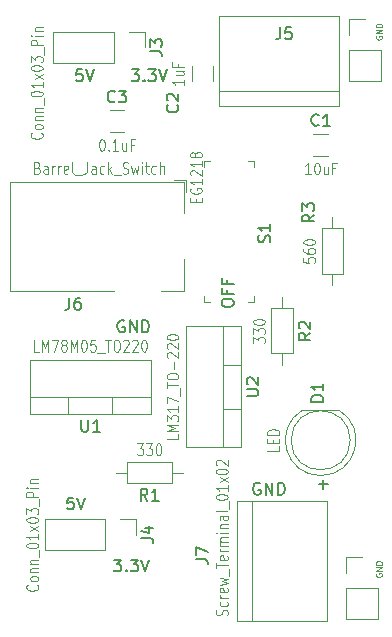
<source format=gto>
%TF.GenerationSoftware,KiCad,Pcbnew,7.0.7*%
%TF.CreationDate,2024-08-02T14:57:20+08:00*%
%TF.ProjectId,Breadboard_power_supply,42726561-6462-46f6-9172-645f706f7765,rev?*%
%TF.SameCoordinates,Original*%
%TF.FileFunction,Legend,Top*%
%TF.FilePolarity,Positive*%
%FSLAX46Y46*%
G04 Gerber Fmt 4.6, Leading zero omitted, Abs format (unit mm)*
G04 Created by KiCad (PCBNEW 7.0.7) date 2024-08-02 14:57:20*
%MOMM*%
%LPD*%
G01*
G04 APERTURE LIST*
%ADD10C,0.100000*%
%ADD11C,0.150000*%
%ADD12C,0.120000*%
G04 APERTURE END LIST*
D10*
X146957419Y-134803258D02*
X146933609Y-134850877D01*
X146933609Y-134850877D02*
X146933609Y-134922306D01*
X146933609Y-134922306D02*
X146957419Y-134993734D01*
X146957419Y-134993734D02*
X147005038Y-135041353D01*
X147005038Y-135041353D02*
X147052657Y-135065163D01*
X147052657Y-135065163D02*
X147147895Y-135088972D01*
X147147895Y-135088972D02*
X147219323Y-135088972D01*
X147219323Y-135088972D02*
X147314561Y-135065163D01*
X147314561Y-135065163D02*
X147362180Y-135041353D01*
X147362180Y-135041353D02*
X147409800Y-134993734D01*
X147409800Y-134993734D02*
X147433609Y-134922306D01*
X147433609Y-134922306D02*
X147433609Y-134874687D01*
X147433609Y-134874687D02*
X147409800Y-134803258D01*
X147409800Y-134803258D02*
X147385990Y-134779449D01*
X147385990Y-134779449D02*
X147219323Y-134779449D01*
X147219323Y-134779449D02*
X147219323Y-134874687D01*
X147433609Y-134565163D02*
X146933609Y-134565163D01*
X146933609Y-134565163D02*
X147433609Y-134279449D01*
X147433609Y-134279449D02*
X146933609Y-134279449D01*
X147433609Y-134041353D02*
X146933609Y-134041353D01*
X146933609Y-134041353D02*
X146933609Y-133922305D01*
X146933609Y-133922305D02*
X146957419Y-133850877D01*
X146957419Y-133850877D02*
X147005038Y-133803258D01*
X147005038Y-133803258D02*
X147052657Y-133779448D01*
X147052657Y-133779448D02*
X147147895Y-133755639D01*
X147147895Y-133755639D02*
X147219323Y-133755639D01*
X147219323Y-133755639D02*
X147314561Y-133779448D01*
X147314561Y-133779448D02*
X147362180Y-133803258D01*
X147362180Y-133803258D02*
X147409800Y-133850877D01*
X147409800Y-133850877D02*
X147433609Y-133922305D01*
X147433609Y-133922305D02*
X147433609Y-134041353D01*
D11*
X126241541Y-92119819D02*
X126860588Y-92119819D01*
X126860588Y-92119819D02*
X126527255Y-92500771D01*
X126527255Y-92500771D02*
X126670112Y-92500771D01*
X126670112Y-92500771D02*
X126765350Y-92548390D01*
X126765350Y-92548390D02*
X126812969Y-92596009D01*
X126812969Y-92596009D02*
X126860588Y-92691247D01*
X126860588Y-92691247D02*
X126860588Y-92929342D01*
X126860588Y-92929342D02*
X126812969Y-93024580D01*
X126812969Y-93024580D02*
X126765350Y-93072200D01*
X126765350Y-93072200D02*
X126670112Y-93119819D01*
X126670112Y-93119819D02*
X126384398Y-93119819D01*
X126384398Y-93119819D02*
X126289160Y-93072200D01*
X126289160Y-93072200D02*
X126241541Y-93024580D01*
X127289160Y-93024580D02*
X127336779Y-93072200D01*
X127336779Y-93072200D02*
X127289160Y-93119819D01*
X127289160Y-93119819D02*
X127241541Y-93072200D01*
X127241541Y-93072200D02*
X127289160Y-93024580D01*
X127289160Y-93024580D02*
X127289160Y-93119819D01*
X127670112Y-92119819D02*
X128289159Y-92119819D01*
X128289159Y-92119819D02*
X127955826Y-92500771D01*
X127955826Y-92500771D02*
X128098683Y-92500771D01*
X128098683Y-92500771D02*
X128193921Y-92548390D01*
X128193921Y-92548390D02*
X128241540Y-92596009D01*
X128241540Y-92596009D02*
X128289159Y-92691247D01*
X128289159Y-92691247D02*
X128289159Y-92929342D01*
X128289159Y-92929342D02*
X128241540Y-93024580D01*
X128241540Y-93024580D02*
X128193921Y-93072200D01*
X128193921Y-93072200D02*
X128098683Y-93119819D01*
X128098683Y-93119819D02*
X127812969Y-93119819D01*
X127812969Y-93119819D02*
X127717731Y-93072200D01*
X127717731Y-93072200D02*
X127670112Y-93024580D01*
X128574874Y-92119819D02*
X128908207Y-93119819D01*
X128908207Y-93119819D02*
X129241540Y-92119819D01*
X121312969Y-128369819D02*
X120836779Y-128369819D01*
X120836779Y-128369819D02*
X120789160Y-128846009D01*
X120789160Y-128846009D02*
X120836779Y-128798390D01*
X120836779Y-128798390D02*
X120932017Y-128750771D01*
X120932017Y-128750771D02*
X121170112Y-128750771D01*
X121170112Y-128750771D02*
X121265350Y-128798390D01*
X121265350Y-128798390D02*
X121312969Y-128846009D01*
X121312969Y-128846009D02*
X121360588Y-128941247D01*
X121360588Y-128941247D02*
X121360588Y-129179342D01*
X121360588Y-129179342D02*
X121312969Y-129274580D01*
X121312969Y-129274580D02*
X121265350Y-129322200D01*
X121265350Y-129322200D02*
X121170112Y-129369819D01*
X121170112Y-129369819D02*
X120932017Y-129369819D01*
X120932017Y-129369819D02*
X120836779Y-129322200D01*
X120836779Y-129322200D02*
X120789160Y-129274580D01*
X121646303Y-128369819D02*
X121979636Y-129369819D01*
X121979636Y-129369819D02*
X122312969Y-128369819D01*
X137110588Y-127167438D02*
X137015350Y-127119819D01*
X137015350Y-127119819D02*
X136872493Y-127119819D01*
X136872493Y-127119819D02*
X136729636Y-127167438D01*
X136729636Y-127167438D02*
X136634398Y-127262676D01*
X136634398Y-127262676D02*
X136586779Y-127357914D01*
X136586779Y-127357914D02*
X136539160Y-127548390D01*
X136539160Y-127548390D02*
X136539160Y-127691247D01*
X136539160Y-127691247D02*
X136586779Y-127881723D01*
X136586779Y-127881723D02*
X136634398Y-127976961D01*
X136634398Y-127976961D02*
X136729636Y-128072200D01*
X136729636Y-128072200D02*
X136872493Y-128119819D01*
X136872493Y-128119819D02*
X136967731Y-128119819D01*
X136967731Y-128119819D02*
X137110588Y-128072200D01*
X137110588Y-128072200D02*
X137158207Y-128024580D01*
X137158207Y-128024580D02*
X137158207Y-127691247D01*
X137158207Y-127691247D02*
X136967731Y-127691247D01*
X137586779Y-128119819D02*
X137586779Y-127119819D01*
X137586779Y-127119819D02*
X138158207Y-128119819D01*
X138158207Y-128119819D02*
X138158207Y-127119819D01*
X138634398Y-128119819D02*
X138634398Y-127119819D01*
X138634398Y-127119819D02*
X138872493Y-127119819D01*
X138872493Y-127119819D02*
X139015350Y-127167438D01*
X139015350Y-127167438D02*
X139110588Y-127262676D01*
X139110588Y-127262676D02*
X139158207Y-127357914D01*
X139158207Y-127357914D02*
X139205826Y-127548390D01*
X139205826Y-127548390D02*
X139205826Y-127691247D01*
X139205826Y-127691247D02*
X139158207Y-127881723D01*
X139158207Y-127881723D02*
X139110588Y-127976961D01*
X139110588Y-127976961D02*
X139015350Y-128072200D01*
X139015350Y-128072200D02*
X138872493Y-128119819D01*
X138872493Y-128119819D02*
X138634398Y-128119819D01*
X133869819Y-111972744D02*
X133869819Y-111782268D01*
X133869819Y-111782268D02*
X133917438Y-111687030D01*
X133917438Y-111687030D02*
X134012676Y-111591792D01*
X134012676Y-111591792D02*
X134203152Y-111544173D01*
X134203152Y-111544173D02*
X134536485Y-111544173D01*
X134536485Y-111544173D02*
X134726961Y-111591792D01*
X134726961Y-111591792D02*
X134822200Y-111687030D01*
X134822200Y-111687030D02*
X134869819Y-111782268D01*
X134869819Y-111782268D02*
X134869819Y-111972744D01*
X134869819Y-111972744D02*
X134822200Y-112067982D01*
X134822200Y-112067982D02*
X134726961Y-112163220D01*
X134726961Y-112163220D02*
X134536485Y-112210839D01*
X134536485Y-112210839D02*
X134203152Y-112210839D01*
X134203152Y-112210839D02*
X134012676Y-112163220D01*
X134012676Y-112163220D02*
X133917438Y-112067982D01*
X133917438Y-112067982D02*
X133869819Y-111972744D01*
X134346009Y-110782268D02*
X134346009Y-111115601D01*
X134869819Y-111115601D02*
X133869819Y-111115601D01*
X133869819Y-111115601D02*
X133869819Y-110639411D01*
X134346009Y-109925125D02*
X134346009Y-110258458D01*
X134869819Y-110258458D02*
X133869819Y-110258458D01*
X133869819Y-110258458D02*
X133869819Y-109782268D01*
X125610588Y-113417438D02*
X125515350Y-113369819D01*
X125515350Y-113369819D02*
X125372493Y-113369819D01*
X125372493Y-113369819D02*
X125229636Y-113417438D01*
X125229636Y-113417438D02*
X125134398Y-113512676D01*
X125134398Y-113512676D02*
X125086779Y-113607914D01*
X125086779Y-113607914D02*
X125039160Y-113798390D01*
X125039160Y-113798390D02*
X125039160Y-113941247D01*
X125039160Y-113941247D02*
X125086779Y-114131723D01*
X125086779Y-114131723D02*
X125134398Y-114226961D01*
X125134398Y-114226961D02*
X125229636Y-114322200D01*
X125229636Y-114322200D02*
X125372493Y-114369819D01*
X125372493Y-114369819D02*
X125467731Y-114369819D01*
X125467731Y-114369819D02*
X125610588Y-114322200D01*
X125610588Y-114322200D02*
X125658207Y-114274580D01*
X125658207Y-114274580D02*
X125658207Y-113941247D01*
X125658207Y-113941247D02*
X125467731Y-113941247D01*
X126086779Y-114369819D02*
X126086779Y-113369819D01*
X126086779Y-113369819D02*
X126658207Y-114369819D01*
X126658207Y-114369819D02*
X126658207Y-113369819D01*
X127134398Y-114369819D02*
X127134398Y-113369819D01*
X127134398Y-113369819D02*
X127372493Y-113369819D01*
X127372493Y-113369819D02*
X127515350Y-113417438D01*
X127515350Y-113417438D02*
X127610588Y-113512676D01*
X127610588Y-113512676D02*
X127658207Y-113607914D01*
X127658207Y-113607914D02*
X127705826Y-113798390D01*
X127705826Y-113798390D02*
X127705826Y-113941247D01*
X127705826Y-113941247D02*
X127658207Y-114131723D01*
X127658207Y-114131723D02*
X127610588Y-114226961D01*
X127610588Y-114226961D02*
X127515350Y-114322200D01*
X127515350Y-114322200D02*
X127372493Y-114369819D01*
X127372493Y-114369819D02*
X127134398Y-114369819D01*
X122062969Y-92119819D02*
X121586779Y-92119819D01*
X121586779Y-92119819D02*
X121539160Y-92596009D01*
X121539160Y-92596009D02*
X121586779Y-92548390D01*
X121586779Y-92548390D02*
X121682017Y-92500771D01*
X121682017Y-92500771D02*
X121920112Y-92500771D01*
X121920112Y-92500771D02*
X122015350Y-92548390D01*
X122015350Y-92548390D02*
X122062969Y-92596009D01*
X122062969Y-92596009D02*
X122110588Y-92691247D01*
X122110588Y-92691247D02*
X122110588Y-92929342D01*
X122110588Y-92929342D02*
X122062969Y-93024580D01*
X122062969Y-93024580D02*
X122015350Y-93072200D01*
X122015350Y-93072200D02*
X121920112Y-93119819D01*
X121920112Y-93119819D02*
X121682017Y-93119819D01*
X121682017Y-93119819D02*
X121586779Y-93072200D01*
X121586779Y-93072200D02*
X121539160Y-93024580D01*
X122396303Y-92119819D02*
X122729636Y-93119819D01*
X122729636Y-93119819D02*
X123062969Y-92119819D01*
D10*
X146957419Y-89303258D02*
X146933609Y-89350877D01*
X146933609Y-89350877D02*
X146933609Y-89422306D01*
X146933609Y-89422306D02*
X146957419Y-89493734D01*
X146957419Y-89493734D02*
X147005038Y-89541353D01*
X147005038Y-89541353D02*
X147052657Y-89565163D01*
X147052657Y-89565163D02*
X147147895Y-89588972D01*
X147147895Y-89588972D02*
X147219323Y-89588972D01*
X147219323Y-89588972D02*
X147314561Y-89565163D01*
X147314561Y-89565163D02*
X147362180Y-89541353D01*
X147362180Y-89541353D02*
X147409800Y-89493734D01*
X147409800Y-89493734D02*
X147433609Y-89422306D01*
X147433609Y-89422306D02*
X147433609Y-89374687D01*
X147433609Y-89374687D02*
X147409800Y-89303258D01*
X147409800Y-89303258D02*
X147385990Y-89279449D01*
X147385990Y-89279449D02*
X147219323Y-89279449D01*
X147219323Y-89279449D02*
X147219323Y-89374687D01*
X147433609Y-89065163D02*
X146933609Y-89065163D01*
X146933609Y-89065163D02*
X147433609Y-88779449D01*
X147433609Y-88779449D02*
X146933609Y-88779449D01*
X147433609Y-88541353D02*
X146933609Y-88541353D01*
X146933609Y-88541353D02*
X146933609Y-88422305D01*
X146933609Y-88422305D02*
X146957419Y-88350877D01*
X146957419Y-88350877D02*
X147005038Y-88303258D01*
X147005038Y-88303258D02*
X147052657Y-88279448D01*
X147052657Y-88279448D02*
X147147895Y-88255639D01*
X147147895Y-88255639D02*
X147219323Y-88255639D01*
X147219323Y-88255639D02*
X147314561Y-88279448D01*
X147314561Y-88279448D02*
X147362180Y-88303258D01*
X147362180Y-88303258D02*
X147409800Y-88350877D01*
X147409800Y-88350877D02*
X147433609Y-88422305D01*
X147433609Y-88422305D02*
X147433609Y-88541353D01*
D11*
X142086779Y-127238866D02*
X142848684Y-127238866D01*
X142467731Y-127619819D02*
X142467731Y-126857914D01*
X124741541Y-133619819D02*
X125360588Y-133619819D01*
X125360588Y-133619819D02*
X125027255Y-134000771D01*
X125027255Y-134000771D02*
X125170112Y-134000771D01*
X125170112Y-134000771D02*
X125265350Y-134048390D01*
X125265350Y-134048390D02*
X125312969Y-134096009D01*
X125312969Y-134096009D02*
X125360588Y-134191247D01*
X125360588Y-134191247D02*
X125360588Y-134429342D01*
X125360588Y-134429342D02*
X125312969Y-134524580D01*
X125312969Y-134524580D02*
X125265350Y-134572200D01*
X125265350Y-134572200D02*
X125170112Y-134619819D01*
X125170112Y-134619819D02*
X124884398Y-134619819D01*
X124884398Y-134619819D02*
X124789160Y-134572200D01*
X124789160Y-134572200D02*
X124741541Y-134524580D01*
X125789160Y-134524580D02*
X125836779Y-134572200D01*
X125836779Y-134572200D02*
X125789160Y-134619819D01*
X125789160Y-134619819D02*
X125741541Y-134572200D01*
X125741541Y-134572200D02*
X125789160Y-134524580D01*
X125789160Y-134524580D02*
X125789160Y-134619819D01*
X126170112Y-133619819D02*
X126789159Y-133619819D01*
X126789159Y-133619819D02*
X126455826Y-134000771D01*
X126455826Y-134000771D02*
X126598683Y-134000771D01*
X126598683Y-134000771D02*
X126693921Y-134048390D01*
X126693921Y-134048390D02*
X126741540Y-134096009D01*
X126741540Y-134096009D02*
X126789159Y-134191247D01*
X126789159Y-134191247D02*
X126789159Y-134429342D01*
X126789159Y-134429342D02*
X126741540Y-134524580D01*
X126741540Y-134524580D02*
X126693921Y-134572200D01*
X126693921Y-134572200D02*
X126598683Y-134619819D01*
X126598683Y-134619819D02*
X126312969Y-134619819D01*
X126312969Y-134619819D02*
X126217731Y-134572200D01*
X126217731Y-134572200D02*
X126170112Y-134524580D01*
X127074874Y-133619819D02*
X127408207Y-134619819D01*
X127408207Y-134619819D02*
X127741540Y-133619819D01*
X127074819Y-131833333D02*
X127789104Y-131833333D01*
X127789104Y-131833333D02*
X127931961Y-131880952D01*
X127931961Y-131880952D02*
X128027200Y-131976190D01*
X128027200Y-131976190D02*
X128074819Y-132119047D01*
X128074819Y-132119047D02*
X128074819Y-132214285D01*
X127408152Y-130928571D02*
X128074819Y-130928571D01*
X127027200Y-131166666D02*
X127741485Y-131404761D01*
X127741485Y-131404761D02*
X127741485Y-130785714D01*
D10*
X118242180Y-135747619D02*
X118289800Y-135785715D01*
X118289800Y-135785715D02*
X118337419Y-135900000D01*
X118337419Y-135900000D02*
X118337419Y-135976191D01*
X118337419Y-135976191D02*
X118289800Y-136090477D01*
X118289800Y-136090477D02*
X118194561Y-136166667D01*
X118194561Y-136166667D02*
X118099323Y-136204762D01*
X118099323Y-136204762D02*
X117908847Y-136242858D01*
X117908847Y-136242858D02*
X117765990Y-136242858D01*
X117765990Y-136242858D02*
X117575514Y-136204762D01*
X117575514Y-136204762D02*
X117480276Y-136166667D01*
X117480276Y-136166667D02*
X117385038Y-136090477D01*
X117385038Y-136090477D02*
X117337419Y-135976191D01*
X117337419Y-135976191D02*
X117337419Y-135900000D01*
X117337419Y-135900000D02*
X117385038Y-135785715D01*
X117385038Y-135785715D02*
X117432657Y-135747619D01*
X118337419Y-135290477D02*
X118289800Y-135366667D01*
X118289800Y-135366667D02*
X118242180Y-135404762D01*
X118242180Y-135404762D02*
X118146942Y-135442858D01*
X118146942Y-135442858D02*
X117861228Y-135442858D01*
X117861228Y-135442858D02*
X117765990Y-135404762D01*
X117765990Y-135404762D02*
X117718371Y-135366667D01*
X117718371Y-135366667D02*
X117670752Y-135290477D01*
X117670752Y-135290477D02*
X117670752Y-135176191D01*
X117670752Y-135176191D02*
X117718371Y-135100000D01*
X117718371Y-135100000D02*
X117765990Y-135061905D01*
X117765990Y-135061905D02*
X117861228Y-135023810D01*
X117861228Y-135023810D02*
X118146942Y-135023810D01*
X118146942Y-135023810D02*
X118242180Y-135061905D01*
X118242180Y-135061905D02*
X118289800Y-135100000D01*
X118289800Y-135100000D02*
X118337419Y-135176191D01*
X118337419Y-135176191D02*
X118337419Y-135290477D01*
X117670752Y-134680952D02*
X118337419Y-134680952D01*
X117765990Y-134680952D02*
X117718371Y-134642857D01*
X117718371Y-134642857D02*
X117670752Y-134566667D01*
X117670752Y-134566667D02*
X117670752Y-134452381D01*
X117670752Y-134452381D02*
X117718371Y-134376190D01*
X117718371Y-134376190D02*
X117813609Y-134338095D01*
X117813609Y-134338095D02*
X118337419Y-134338095D01*
X117670752Y-133957142D02*
X118337419Y-133957142D01*
X117765990Y-133957142D02*
X117718371Y-133919047D01*
X117718371Y-133919047D02*
X117670752Y-133842857D01*
X117670752Y-133842857D02*
X117670752Y-133728571D01*
X117670752Y-133728571D02*
X117718371Y-133652380D01*
X117718371Y-133652380D02*
X117813609Y-133614285D01*
X117813609Y-133614285D02*
X118337419Y-133614285D01*
X118432657Y-133423809D02*
X118432657Y-132814285D01*
X117337419Y-132471427D02*
X117337419Y-132395237D01*
X117337419Y-132395237D02*
X117385038Y-132319046D01*
X117385038Y-132319046D02*
X117432657Y-132280951D01*
X117432657Y-132280951D02*
X117527895Y-132242856D01*
X117527895Y-132242856D02*
X117718371Y-132204761D01*
X117718371Y-132204761D02*
X117956466Y-132204761D01*
X117956466Y-132204761D02*
X118146942Y-132242856D01*
X118146942Y-132242856D02*
X118242180Y-132280951D01*
X118242180Y-132280951D02*
X118289800Y-132319046D01*
X118289800Y-132319046D02*
X118337419Y-132395237D01*
X118337419Y-132395237D02*
X118337419Y-132471427D01*
X118337419Y-132471427D02*
X118289800Y-132547618D01*
X118289800Y-132547618D02*
X118242180Y-132585713D01*
X118242180Y-132585713D02*
X118146942Y-132623808D01*
X118146942Y-132623808D02*
X117956466Y-132661904D01*
X117956466Y-132661904D02*
X117718371Y-132661904D01*
X117718371Y-132661904D02*
X117527895Y-132623808D01*
X117527895Y-132623808D02*
X117432657Y-132585713D01*
X117432657Y-132585713D02*
X117385038Y-132547618D01*
X117385038Y-132547618D02*
X117337419Y-132471427D01*
X118337419Y-131442856D02*
X118337419Y-131899999D01*
X118337419Y-131671427D02*
X117337419Y-131671427D01*
X117337419Y-131671427D02*
X117480276Y-131747618D01*
X117480276Y-131747618D02*
X117575514Y-131823808D01*
X117575514Y-131823808D02*
X117623133Y-131899999D01*
X118337419Y-131176189D02*
X117670752Y-130757141D01*
X117670752Y-131176189D02*
X118337419Y-130757141D01*
X117337419Y-130299998D02*
X117337419Y-130223808D01*
X117337419Y-130223808D02*
X117385038Y-130147617D01*
X117385038Y-130147617D02*
X117432657Y-130109522D01*
X117432657Y-130109522D02*
X117527895Y-130071427D01*
X117527895Y-130071427D02*
X117718371Y-130033332D01*
X117718371Y-130033332D02*
X117956466Y-130033332D01*
X117956466Y-130033332D02*
X118146942Y-130071427D01*
X118146942Y-130071427D02*
X118242180Y-130109522D01*
X118242180Y-130109522D02*
X118289800Y-130147617D01*
X118289800Y-130147617D02*
X118337419Y-130223808D01*
X118337419Y-130223808D02*
X118337419Y-130299998D01*
X118337419Y-130299998D02*
X118289800Y-130376189D01*
X118289800Y-130376189D02*
X118242180Y-130414284D01*
X118242180Y-130414284D02*
X118146942Y-130452379D01*
X118146942Y-130452379D02*
X117956466Y-130490475D01*
X117956466Y-130490475D02*
X117718371Y-130490475D01*
X117718371Y-130490475D02*
X117527895Y-130452379D01*
X117527895Y-130452379D02*
X117432657Y-130414284D01*
X117432657Y-130414284D02*
X117385038Y-130376189D01*
X117385038Y-130376189D02*
X117337419Y-130299998D01*
X117337419Y-129766665D02*
X117337419Y-129271427D01*
X117337419Y-129271427D02*
X117718371Y-129538093D01*
X117718371Y-129538093D02*
X117718371Y-129423808D01*
X117718371Y-129423808D02*
X117765990Y-129347617D01*
X117765990Y-129347617D02*
X117813609Y-129309522D01*
X117813609Y-129309522D02*
X117908847Y-129271427D01*
X117908847Y-129271427D02*
X118146942Y-129271427D01*
X118146942Y-129271427D02*
X118242180Y-129309522D01*
X118242180Y-129309522D02*
X118289800Y-129347617D01*
X118289800Y-129347617D02*
X118337419Y-129423808D01*
X118337419Y-129423808D02*
X118337419Y-129652379D01*
X118337419Y-129652379D02*
X118289800Y-129728570D01*
X118289800Y-129728570D02*
X118242180Y-129766665D01*
X118432657Y-129119046D02*
X118432657Y-128509522D01*
X118337419Y-128319045D02*
X117337419Y-128319045D01*
X117337419Y-128319045D02*
X117337419Y-128014283D01*
X117337419Y-128014283D02*
X117385038Y-127938093D01*
X117385038Y-127938093D02*
X117432657Y-127899998D01*
X117432657Y-127899998D02*
X117527895Y-127861902D01*
X117527895Y-127861902D02*
X117670752Y-127861902D01*
X117670752Y-127861902D02*
X117765990Y-127899998D01*
X117765990Y-127899998D02*
X117813609Y-127938093D01*
X117813609Y-127938093D02*
X117861228Y-128014283D01*
X117861228Y-128014283D02*
X117861228Y-128319045D01*
X118337419Y-127519045D02*
X117670752Y-127519045D01*
X117337419Y-127519045D02*
X117385038Y-127557141D01*
X117385038Y-127557141D02*
X117432657Y-127519045D01*
X117432657Y-127519045D02*
X117385038Y-127480950D01*
X117385038Y-127480950D02*
X117337419Y-127519045D01*
X117337419Y-127519045D02*
X117432657Y-127519045D01*
X117670752Y-127138093D02*
X118337419Y-127138093D01*
X117765990Y-127138093D02*
X117718371Y-127099998D01*
X117718371Y-127099998D02*
X117670752Y-127023808D01*
X117670752Y-127023808D02*
X117670752Y-126909522D01*
X117670752Y-126909522D02*
X117718371Y-126833331D01*
X117718371Y-126833331D02*
X117813609Y-126795236D01*
X117813609Y-126795236D02*
X118337419Y-126795236D01*
D11*
X135974819Y-119761904D02*
X136784342Y-119761904D01*
X136784342Y-119761904D02*
X136879580Y-119714285D01*
X136879580Y-119714285D02*
X136927200Y-119666666D01*
X136927200Y-119666666D02*
X136974819Y-119571428D01*
X136974819Y-119571428D02*
X136974819Y-119380952D01*
X136974819Y-119380952D02*
X136927200Y-119285714D01*
X136927200Y-119285714D02*
X136879580Y-119238095D01*
X136879580Y-119238095D02*
X136784342Y-119190476D01*
X136784342Y-119190476D02*
X135974819Y-119190476D01*
X136070057Y-118761904D02*
X136022438Y-118714285D01*
X136022438Y-118714285D02*
X135974819Y-118619047D01*
X135974819Y-118619047D02*
X135974819Y-118380952D01*
X135974819Y-118380952D02*
X136022438Y-118285714D01*
X136022438Y-118285714D02*
X136070057Y-118238095D01*
X136070057Y-118238095D02*
X136165295Y-118190476D01*
X136165295Y-118190476D02*
X136260533Y-118190476D01*
X136260533Y-118190476D02*
X136403390Y-118238095D01*
X136403390Y-118238095D02*
X136974819Y-118809523D01*
X136974819Y-118809523D02*
X136974819Y-118190476D01*
D10*
X130207419Y-123019048D02*
X130207419Y-123400000D01*
X130207419Y-123400000D02*
X129207419Y-123400000D01*
X130207419Y-122752381D02*
X129207419Y-122752381D01*
X129207419Y-122752381D02*
X129921704Y-122485715D01*
X129921704Y-122485715D02*
X129207419Y-122219048D01*
X129207419Y-122219048D02*
X130207419Y-122219048D01*
X129207419Y-121914286D02*
X129207419Y-121419048D01*
X129207419Y-121419048D02*
X129588371Y-121685714D01*
X129588371Y-121685714D02*
X129588371Y-121571429D01*
X129588371Y-121571429D02*
X129635990Y-121495238D01*
X129635990Y-121495238D02*
X129683609Y-121457143D01*
X129683609Y-121457143D02*
X129778847Y-121419048D01*
X129778847Y-121419048D02*
X130016942Y-121419048D01*
X130016942Y-121419048D02*
X130112180Y-121457143D01*
X130112180Y-121457143D02*
X130159800Y-121495238D01*
X130159800Y-121495238D02*
X130207419Y-121571429D01*
X130207419Y-121571429D02*
X130207419Y-121800000D01*
X130207419Y-121800000D02*
X130159800Y-121876191D01*
X130159800Y-121876191D02*
X130112180Y-121914286D01*
X130207419Y-120657143D02*
X130207419Y-121114286D01*
X130207419Y-120885714D02*
X129207419Y-120885714D01*
X129207419Y-120885714D02*
X129350276Y-120961905D01*
X129350276Y-120961905D02*
X129445514Y-121038095D01*
X129445514Y-121038095D02*
X129493133Y-121114286D01*
X129207419Y-120390476D02*
X129207419Y-119857142D01*
X129207419Y-119857142D02*
X130207419Y-120200000D01*
X130302657Y-119742857D02*
X130302657Y-119133333D01*
X129207419Y-119057142D02*
X129207419Y-118599999D01*
X130207419Y-118828571D02*
X129207419Y-118828571D01*
X129207419Y-118180951D02*
X129207419Y-118028570D01*
X129207419Y-118028570D02*
X129255038Y-117952380D01*
X129255038Y-117952380D02*
X129350276Y-117876189D01*
X129350276Y-117876189D02*
X129540752Y-117838094D01*
X129540752Y-117838094D02*
X129874085Y-117838094D01*
X129874085Y-117838094D02*
X130064561Y-117876189D01*
X130064561Y-117876189D02*
X130159800Y-117952380D01*
X130159800Y-117952380D02*
X130207419Y-118028570D01*
X130207419Y-118028570D02*
X130207419Y-118180951D01*
X130207419Y-118180951D02*
X130159800Y-118257142D01*
X130159800Y-118257142D02*
X130064561Y-118333332D01*
X130064561Y-118333332D02*
X129874085Y-118371428D01*
X129874085Y-118371428D02*
X129540752Y-118371428D01*
X129540752Y-118371428D02*
X129350276Y-118333332D01*
X129350276Y-118333332D02*
X129255038Y-118257142D01*
X129255038Y-118257142D02*
X129207419Y-118180951D01*
X129826466Y-117495237D02*
X129826466Y-116885714D01*
X129302657Y-116542857D02*
X129255038Y-116504761D01*
X129255038Y-116504761D02*
X129207419Y-116428571D01*
X129207419Y-116428571D02*
X129207419Y-116238095D01*
X129207419Y-116238095D02*
X129255038Y-116161904D01*
X129255038Y-116161904D02*
X129302657Y-116123809D01*
X129302657Y-116123809D02*
X129397895Y-116085714D01*
X129397895Y-116085714D02*
X129493133Y-116085714D01*
X129493133Y-116085714D02*
X129635990Y-116123809D01*
X129635990Y-116123809D02*
X130207419Y-116580952D01*
X130207419Y-116580952D02*
X130207419Y-116085714D01*
X129302657Y-115780952D02*
X129255038Y-115742856D01*
X129255038Y-115742856D02*
X129207419Y-115666666D01*
X129207419Y-115666666D02*
X129207419Y-115476190D01*
X129207419Y-115476190D02*
X129255038Y-115399999D01*
X129255038Y-115399999D02*
X129302657Y-115361904D01*
X129302657Y-115361904D02*
X129397895Y-115323809D01*
X129397895Y-115323809D02*
X129493133Y-115323809D01*
X129493133Y-115323809D02*
X129635990Y-115361904D01*
X129635990Y-115361904D02*
X130207419Y-115819047D01*
X130207419Y-115819047D02*
X130207419Y-115323809D01*
X129207419Y-114828570D02*
X129207419Y-114752380D01*
X129207419Y-114752380D02*
X129255038Y-114676189D01*
X129255038Y-114676189D02*
X129302657Y-114638094D01*
X129302657Y-114638094D02*
X129397895Y-114599999D01*
X129397895Y-114599999D02*
X129588371Y-114561904D01*
X129588371Y-114561904D02*
X129826466Y-114561904D01*
X129826466Y-114561904D02*
X130016942Y-114599999D01*
X130016942Y-114599999D02*
X130112180Y-114638094D01*
X130112180Y-114638094D02*
X130159800Y-114676189D01*
X130159800Y-114676189D02*
X130207419Y-114752380D01*
X130207419Y-114752380D02*
X130207419Y-114828570D01*
X130207419Y-114828570D02*
X130159800Y-114904761D01*
X130159800Y-114904761D02*
X130112180Y-114942856D01*
X130112180Y-114942856D02*
X130016942Y-114980951D01*
X130016942Y-114980951D02*
X129826466Y-115019047D01*
X129826466Y-115019047D02*
X129588371Y-115019047D01*
X129588371Y-115019047D02*
X129397895Y-114980951D01*
X129397895Y-114980951D02*
X129302657Y-114942856D01*
X129302657Y-114942856D02*
X129255038Y-114904761D01*
X129255038Y-114904761D02*
X129207419Y-114828570D01*
D11*
X127583333Y-128624819D02*
X127250000Y-128148628D01*
X127011905Y-128624819D02*
X127011905Y-127624819D01*
X127011905Y-127624819D02*
X127392857Y-127624819D01*
X127392857Y-127624819D02*
X127488095Y-127672438D01*
X127488095Y-127672438D02*
X127535714Y-127720057D01*
X127535714Y-127720057D02*
X127583333Y-127815295D01*
X127583333Y-127815295D02*
X127583333Y-127958152D01*
X127583333Y-127958152D02*
X127535714Y-128053390D01*
X127535714Y-128053390D02*
X127488095Y-128101009D01*
X127488095Y-128101009D02*
X127392857Y-128148628D01*
X127392857Y-128148628D02*
X127011905Y-128148628D01*
X128535714Y-128624819D02*
X127964286Y-128624819D01*
X128250000Y-128624819D02*
X128250000Y-127624819D01*
X128250000Y-127624819D02*
X128154762Y-127767676D01*
X128154762Y-127767676D02*
X128059524Y-127862914D01*
X128059524Y-127862914D02*
X127964286Y-127910533D01*
D10*
X126721428Y-123787419D02*
X127216666Y-123787419D01*
X127216666Y-123787419D02*
X126950000Y-124168371D01*
X126950000Y-124168371D02*
X127064285Y-124168371D01*
X127064285Y-124168371D02*
X127140476Y-124215990D01*
X127140476Y-124215990D02*
X127178571Y-124263609D01*
X127178571Y-124263609D02*
X127216666Y-124358847D01*
X127216666Y-124358847D02*
X127216666Y-124596942D01*
X127216666Y-124596942D02*
X127178571Y-124692180D01*
X127178571Y-124692180D02*
X127140476Y-124739800D01*
X127140476Y-124739800D02*
X127064285Y-124787419D01*
X127064285Y-124787419D02*
X126835714Y-124787419D01*
X126835714Y-124787419D02*
X126759523Y-124739800D01*
X126759523Y-124739800D02*
X126721428Y-124692180D01*
X127483333Y-123787419D02*
X127978571Y-123787419D01*
X127978571Y-123787419D02*
X127711905Y-124168371D01*
X127711905Y-124168371D02*
X127826190Y-124168371D01*
X127826190Y-124168371D02*
X127902381Y-124215990D01*
X127902381Y-124215990D02*
X127940476Y-124263609D01*
X127940476Y-124263609D02*
X127978571Y-124358847D01*
X127978571Y-124358847D02*
X127978571Y-124596942D01*
X127978571Y-124596942D02*
X127940476Y-124692180D01*
X127940476Y-124692180D02*
X127902381Y-124739800D01*
X127902381Y-124739800D02*
X127826190Y-124787419D01*
X127826190Y-124787419D02*
X127597619Y-124787419D01*
X127597619Y-124787419D02*
X127521428Y-124739800D01*
X127521428Y-124739800D02*
X127483333Y-124692180D01*
X128473810Y-123787419D02*
X128550000Y-123787419D01*
X128550000Y-123787419D02*
X128626191Y-123835038D01*
X128626191Y-123835038D02*
X128664286Y-123882657D01*
X128664286Y-123882657D02*
X128702381Y-123977895D01*
X128702381Y-123977895D02*
X128740476Y-124168371D01*
X128740476Y-124168371D02*
X128740476Y-124406466D01*
X128740476Y-124406466D02*
X128702381Y-124596942D01*
X128702381Y-124596942D02*
X128664286Y-124692180D01*
X128664286Y-124692180D02*
X128626191Y-124739800D01*
X128626191Y-124739800D02*
X128550000Y-124787419D01*
X128550000Y-124787419D02*
X128473810Y-124787419D01*
X128473810Y-124787419D02*
X128397619Y-124739800D01*
X128397619Y-124739800D02*
X128359524Y-124692180D01*
X128359524Y-124692180D02*
X128321429Y-124596942D01*
X128321429Y-124596942D02*
X128283333Y-124406466D01*
X128283333Y-124406466D02*
X128283333Y-124168371D01*
X128283333Y-124168371D02*
X128321429Y-123977895D01*
X128321429Y-123977895D02*
X128359524Y-123882657D01*
X128359524Y-123882657D02*
X128397619Y-123835038D01*
X128397619Y-123835038D02*
X128473810Y-123787419D01*
D11*
X142083333Y-96809580D02*
X142035714Y-96857200D01*
X142035714Y-96857200D02*
X141892857Y-96904819D01*
X141892857Y-96904819D02*
X141797619Y-96904819D01*
X141797619Y-96904819D02*
X141654762Y-96857200D01*
X141654762Y-96857200D02*
X141559524Y-96761961D01*
X141559524Y-96761961D02*
X141511905Y-96666723D01*
X141511905Y-96666723D02*
X141464286Y-96476247D01*
X141464286Y-96476247D02*
X141464286Y-96333390D01*
X141464286Y-96333390D02*
X141511905Y-96142914D01*
X141511905Y-96142914D02*
X141559524Y-96047676D01*
X141559524Y-96047676D02*
X141654762Y-95952438D01*
X141654762Y-95952438D02*
X141797619Y-95904819D01*
X141797619Y-95904819D02*
X141892857Y-95904819D01*
X141892857Y-95904819D02*
X142035714Y-95952438D01*
X142035714Y-95952438D02*
X142083333Y-96000057D01*
X143035714Y-96904819D02*
X142464286Y-96904819D01*
X142750000Y-96904819D02*
X142750000Y-95904819D01*
X142750000Y-95904819D02*
X142654762Y-96047676D01*
X142654762Y-96047676D02*
X142559524Y-96142914D01*
X142559524Y-96142914D02*
X142464286Y-96190533D01*
D10*
X141392856Y-101007419D02*
X140935713Y-101007419D01*
X141164285Y-101007419D02*
X141164285Y-100007419D01*
X141164285Y-100007419D02*
X141088094Y-100150276D01*
X141088094Y-100150276D02*
X141011904Y-100245514D01*
X141011904Y-100245514D02*
X140935713Y-100293133D01*
X141888095Y-100007419D02*
X141964285Y-100007419D01*
X141964285Y-100007419D02*
X142040476Y-100055038D01*
X142040476Y-100055038D02*
X142078571Y-100102657D01*
X142078571Y-100102657D02*
X142116666Y-100197895D01*
X142116666Y-100197895D02*
X142154761Y-100388371D01*
X142154761Y-100388371D02*
X142154761Y-100626466D01*
X142154761Y-100626466D02*
X142116666Y-100816942D01*
X142116666Y-100816942D02*
X142078571Y-100912180D01*
X142078571Y-100912180D02*
X142040476Y-100959800D01*
X142040476Y-100959800D02*
X141964285Y-101007419D01*
X141964285Y-101007419D02*
X141888095Y-101007419D01*
X141888095Y-101007419D02*
X141811904Y-100959800D01*
X141811904Y-100959800D02*
X141773809Y-100912180D01*
X141773809Y-100912180D02*
X141735714Y-100816942D01*
X141735714Y-100816942D02*
X141697618Y-100626466D01*
X141697618Y-100626466D02*
X141697618Y-100388371D01*
X141697618Y-100388371D02*
X141735714Y-100197895D01*
X141735714Y-100197895D02*
X141773809Y-100102657D01*
X141773809Y-100102657D02*
X141811904Y-100055038D01*
X141811904Y-100055038D02*
X141888095Y-100007419D01*
X142840476Y-100340752D02*
X142840476Y-101007419D01*
X142497619Y-100340752D02*
X142497619Y-100864561D01*
X142497619Y-100864561D02*
X142535714Y-100959800D01*
X142535714Y-100959800D02*
X142611904Y-101007419D01*
X142611904Y-101007419D02*
X142726190Y-101007419D01*
X142726190Y-101007419D02*
X142802381Y-100959800D01*
X142802381Y-100959800D02*
X142840476Y-100912180D01*
X143488095Y-100483609D02*
X143221429Y-100483609D01*
X143221429Y-101007419D02*
X143221429Y-100007419D01*
X143221429Y-100007419D02*
X143602381Y-100007419D01*
D11*
X141374819Y-114416666D02*
X140898628Y-114749999D01*
X141374819Y-114988094D02*
X140374819Y-114988094D01*
X140374819Y-114988094D02*
X140374819Y-114607142D01*
X140374819Y-114607142D02*
X140422438Y-114511904D01*
X140422438Y-114511904D02*
X140470057Y-114464285D01*
X140470057Y-114464285D02*
X140565295Y-114416666D01*
X140565295Y-114416666D02*
X140708152Y-114416666D01*
X140708152Y-114416666D02*
X140803390Y-114464285D01*
X140803390Y-114464285D02*
X140851009Y-114511904D01*
X140851009Y-114511904D02*
X140898628Y-114607142D01*
X140898628Y-114607142D02*
X140898628Y-114988094D01*
X140470057Y-114035713D02*
X140422438Y-113988094D01*
X140422438Y-113988094D02*
X140374819Y-113892856D01*
X140374819Y-113892856D02*
X140374819Y-113654761D01*
X140374819Y-113654761D02*
X140422438Y-113559523D01*
X140422438Y-113559523D02*
X140470057Y-113511904D01*
X140470057Y-113511904D02*
X140565295Y-113464285D01*
X140565295Y-113464285D02*
X140660533Y-113464285D01*
X140660533Y-113464285D02*
X140803390Y-113511904D01*
X140803390Y-113511904D02*
X141374819Y-114083332D01*
X141374819Y-114083332D02*
X141374819Y-113464285D01*
D10*
X136537419Y-115278571D02*
X136537419Y-114783333D01*
X136537419Y-114783333D02*
X136918371Y-115049999D01*
X136918371Y-115049999D02*
X136918371Y-114935714D01*
X136918371Y-114935714D02*
X136965990Y-114859523D01*
X136965990Y-114859523D02*
X137013609Y-114821428D01*
X137013609Y-114821428D02*
X137108847Y-114783333D01*
X137108847Y-114783333D02*
X137346942Y-114783333D01*
X137346942Y-114783333D02*
X137442180Y-114821428D01*
X137442180Y-114821428D02*
X137489800Y-114859523D01*
X137489800Y-114859523D02*
X137537419Y-114935714D01*
X137537419Y-114935714D02*
X137537419Y-115164285D01*
X137537419Y-115164285D02*
X137489800Y-115240476D01*
X137489800Y-115240476D02*
X137442180Y-115278571D01*
X136537419Y-114516666D02*
X136537419Y-114021428D01*
X136537419Y-114021428D02*
X136918371Y-114288094D01*
X136918371Y-114288094D02*
X136918371Y-114173809D01*
X136918371Y-114173809D02*
X136965990Y-114097618D01*
X136965990Y-114097618D02*
X137013609Y-114059523D01*
X137013609Y-114059523D02*
X137108847Y-114021428D01*
X137108847Y-114021428D02*
X137346942Y-114021428D01*
X137346942Y-114021428D02*
X137442180Y-114059523D01*
X137442180Y-114059523D02*
X137489800Y-114097618D01*
X137489800Y-114097618D02*
X137537419Y-114173809D01*
X137537419Y-114173809D02*
X137537419Y-114402380D01*
X137537419Y-114402380D02*
X137489800Y-114478571D01*
X137489800Y-114478571D02*
X137442180Y-114516666D01*
X136537419Y-113526189D02*
X136537419Y-113449999D01*
X136537419Y-113449999D02*
X136585038Y-113373808D01*
X136585038Y-113373808D02*
X136632657Y-113335713D01*
X136632657Y-113335713D02*
X136727895Y-113297618D01*
X136727895Y-113297618D02*
X136918371Y-113259523D01*
X136918371Y-113259523D02*
X137156466Y-113259523D01*
X137156466Y-113259523D02*
X137346942Y-113297618D01*
X137346942Y-113297618D02*
X137442180Y-113335713D01*
X137442180Y-113335713D02*
X137489800Y-113373808D01*
X137489800Y-113373808D02*
X137537419Y-113449999D01*
X137537419Y-113449999D02*
X137537419Y-113526189D01*
X137537419Y-113526189D02*
X137489800Y-113602380D01*
X137489800Y-113602380D02*
X137442180Y-113640475D01*
X137442180Y-113640475D02*
X137346942Y-113678570D01*
X137346942Y-113678570D02*
X137156466Y-113716666D01*
X137156466Y-113716666D02*
X136918371Y-113716666D01*
X136918371Y-113716666D02*
X136727895Y-113678570D01*
X136727895Y-113678570D02*
X136632657Y-113640475D01*
X136632657Y-113640475D02*
X136585038Y-113602380D01*
X136585038Y-113602380D02*
X136537419Y-113526189D01*
D11*
X127809819Y-90583333D02*
X128524104Y-90583333D01*
X128524104Y-90583333D02*
X128666961Y-90630952D01*
X128666961Y-90630952D02*
X128762200Y-90726190D01*
X128762200Y-90726190D02*
X128809819Y-90869047D01*
X128809819Y-90869047D02*
X128809819Y-90964285D01*
X127809819Y-90202380D02*
X127809819Y-89583333D01*
X127809819Y-89583333D02*
X128190771Y-89916666D01*
X128190771Y-89916666D02*
X128190771Y-89773809D01*
X128190771Y-89773809D02*
X128238390Y-89678571D01*
X128238390Y-89678571D02*
X128286009Y-89630952D01*
X128286009Y-89630952D02*
X128381247Y-89583333D01*
X128381247Y-89583333D02*
X128619342Y-89583333D01*
X128619342Y-89583333D02*
X128714580Y-89630952D01*
X128714580Y-89630952D02*
X128762200Y-89678571D01*
X128762200Y-89678571D02*
X128809819Y-89773809D01*
X128809819Y-89773809D02*
X128809819Y-90059523D01*
X128809819Y-90059523D02*
X128762200Y-90154761D01*
X128762200Y-90154761D02*
X128714580Y-90202380D01*
D10*
X118612180Y-97497619D02*
X118659800Y-97535715D01*
X118659800Y-97535715D02*
X118707419Y-97650000D01*
X118707419Y-97650000D02*
X118707419Y-97726191D01*
X118707419Y-97726191D02*
X118659800Y-97840477D01*
X118659800Y-97840477D02*
X118564561Y-97916667D01*
X118564561Y-97916667D02*
X118469323Y-97954762D01*
X118469323Y-97954762D02*
X118278847Y-97992858D01*
X118278847Y-97992858D02*
X118135990Y-97992858D01*
X118135990Y-97992858D02*
X117945514Y-97954762D01*
X117945514Y-97954762D02*
X117850276Y-97916667D01*
X117850276Y-97916667D02*
X117755038Y-97840477D01*
X117755038Y-97840477D02*
X117707419Y-97726191D01*
X117707419Y-97726191D02*
X117707419Y-97650000D01*
X117707419Y-97650000D02*
X117755038Y-97535715D01*
X117755038Y-97535715D02*
X117802657Y-97497619D01*
X118707419Y-97040477D02*
X118659800Y-97116667D01*
X118659800Y-97116667D02*
X118612180Y-97154762D01*
X118612180Y-97154762D02*
X118516942Y-97192858D01*
X118516942Y-97192858D02*
X118231228Y-97192858D01*
X118231228Y-97192858D02*
X118135990Y-97154762D01*
X118135990Y-97154762D02*
X118088371Y-97116667D01*
X118088371Y-97116667D02*
X118040752Y-97040477D01*
X118040752Y-97040477D02*
X118040752Y-96926191D01*
X118040752Y-96926191D02*
X118088371Y-96850000D01*
X118088371Y-96850000D02*
X118135990Y-96811905D01*
X118135990Y-96811905D02*
X118231228Y-96773810D01*
X118231228Y-96773810D02*
X118516942Y-96773810D01*
X118516942Y-96773810D02*
X118612180Y-96811905D01*
X118612180Y-96811905D02*
X118659800Y-96850000D01*
X118659800Y-96850000D02*
X118707419Y-96926191D01*
X118707419Y-96926191D02*
X118707419Y-97040477D01*
X118040752Y-96430952D02*
X118707419Y-96430952D01*
X118135990Y-96430952D02*
X118088371Y-96392857D01*
X118088371Y-96392857D02*
X118040752Y-96316667D01*
X118040752Y-96316667D02*
X118040752Y-96202381D01*
X118040752Y-96202381D02*
X118088371Y-96126190D01*
X118088371Y-96126190D02*
X118183609Y-96088095D01*
X118183609Y-96088095D02*
X118707419Y-96088095D01*
X118040752Y-95707142D02*
X118707419Y-95707142D01*
X118135990Y-95707142D02*
X118088371Y-95669047D01*
X118088371Y-95669047D02*
X118040752Y-95592857D01*
X118040752Y-95592857D02*
X118040752Y-95478571D01*
X118040752Y-95478571D02*
X118088371Y-95402380D01*
X118088371Y-95402380D02*
X118183609Y-95364285D01*
X118183609Y-95364285D02*
X118707419Y-95364285D01*
X118802657Y-95173809D02*
X118802657Y-94564285D01*
X117707419Y-94221427D02*
X117707419Y-94145237D01*
X117707419Y-94145237D02*
X117755038Y-94069046D01*
X117755038Y-94069046D02*
X117802657Y-94030951D01*
X117802657Y-94030951D02*
X117897895Y-93992856D01*
X117897895Y-93992856D02*
X118088371Y-93954761D01*
X118088371Y-93954761D02*
X118326466Y-93954761D01*
X118326466Y-93954761D02*
X118516942Y-93992856D01*
X118516942Y-93992856D02*
X118612180Y-94030951D01*
X118612180Y-94030951D02*
X118659800Y-94069046D01*
X118659800Y-94069046D02*
X118707419Y-94145237D01*
X118707419Y-94145237D02*
X118707419Y-94221427D01*
X118707419Y-94221427D02*
X118659800Y-94297618D01*
X118659800Y-94297618D02*
X118612180Y-94335713D01*
X118612180Y-94335713D02*
X118516942Y-94373808D01*
X118516942Y-94373808D02*
X118326466Y-94411904D01*
X118326466Y-94411904D02*
X118088371Y-94411904D01*
X118088371Y-94411904D02*
X117897895Y-94373808D01*
X117897895Y-94373808D02*
X117802657Y-94335713D01*
X117802657Y-94335713D02*
X117755038Y-94297618D01*
X117755038Y-94297618D02*
X117707419Y-94221427D01*
X118707419Y-93192856D02*
X118707419Y-93649999D01*
X118707419Y-93421427D02*
X117707419Y-93421427D01*
X117707419Y-93421427D02*
X117850276Y-93497618D01*
X117850276Y-93497618D02*
X117945514Y-93573808D01*
X117945514Y-93573808D02*
X117993133Y-93649999D01*
X118707419Y-92926189D02*
X118040752Y-92507141D01*
X118040752Y-92926189D02*
X118707419Y-92507141D01*
X117707419Y-92049998D02*
X117707419Y-91973808D01*
X117707419Y-91973808D02*
X117755038Y-91897617D01*
X117755038Y-91897617D02*
X117802657Y-91859522D01*
X117802657Y-91859522D02*
X117897895Y-91821427D01*
X117897895Y-91821427D02*
X118088371Y-91783332D01*
X118088371Y-91783332D02*
X118326466Y-91783332D01*
X118326466Y-91783332D02*
X118516942Y-91821427D01*
X118516942Y-91821427D02*
X118612180Y-91859522D01*
X118612180Y-91859522D02*
X118659800Y-91897617D01*
X118659800Y-91897617D02*
X118707419Y-91973808D01*
X118707419Y-91973808D02*
X118707419Y-92049998D01*
X118707419Y-92049998D02*
X118659800Y-92126189D01*
X118659800Y-92126189D02*
X118612180Y-92164284D01*
X118612180Y-92164284D02*
X118516942Y-92202379D01*
X118516942Y-92202379D02*
X118326466Y-92240475D01*
X118326466Y-92240475D02*
X118088371Y-92240475D01*
X118088371Y-92240475D02*
X117897895Y-92202379D01*
X117897895Y-92202379D02*
X117802657Y-92164284D01*
X117802657Y-92164284D02*
X117755038Y-92126189D01*
X117755038Y-92126189D02*
X117707419Y-92049998D01*
X117707419Y-91516665D02*
X117707419Y-91021427D01*
X117707419Y-91021427D02*
X118088371Y-91288093D01*
X118088371Y-91288093D02*
X118088371Y-91173808D01*
X118088371Y-91173808D02*
X118135990Y-91097617D01*
X118135990Y-91097617D02*
X118183609Y-91059522D01*
X118183609Y-91059522D02*
X118278847Y-91021427D01*
X118278847Y-91021427D02*
X118516942Y-91021427D01*
X118516942Y-91021427D02*
X118612180Y-91059522D01*
X118612180Y-91059522D02*
X118659800Y-91097617D01*
X118659800Y-91097617D02*
X118707419Y-91173808D01*
X118707419Y-91173808D02*
X118707419Y-91402379D01*
X118707419Y-91402379D02*
X118659800Y-91478570D01*
X118659800Y-91478570D02*
X118612180Y-91516665D01*
X118802657Y-90869046D02*
X118802657Y-90259522D01*
X118707419Y-90069045D02*
X117707419Y-90069045D01*
X117707419Y-90069045D02*
X117707419Y-89764283D01*
X117707419Y-89764283D02*
X117755038Y-89688093D01*
X117755038Y-89688093D02*
X117802657Y-89649998D01*
X117802657Y-89649998D02*
X117897895Y-89611902D01*
X117897895Y-89611902D02*
X118040752Y-89611902D01*
X118040752Y-89611902D02*
X118135990Y-89649998D01*
X118135990Y-89649998D02*
X118183609Y-89688093D01*
X118183609Y-89688093D02*
X118231228Y-89764283D01*
X118231228Y-89764283D02*
X118231228Y-90069045D01*
X118707419Y-89269045D02*
X118040752Y-89269045D01*
X117707419Y-89269045D02*
X117755038Y-89307141D01*
X117755038Y-89307141D02*
X117802657Y-89269045D01*
X117802657Y-89269045D02*
X117755038Y-89230950D01*
X117755038Y-89230950D02*
X117707419Y-89269045D01*
X117707419Y-89269045D02*
X117802657Y-89269045D01*
X118040752Y-88888093D02*
X118707419Y-88888093D01*
X118135990Y-88888093D02*
X118088371Y-88849998D01*
X118088371Y-88849998D02*
X118040752Y-88773808D01*
X118040752Y-88773808D02*
X118040752Y-88659522D01*
X118040752Y-88659522D02*
X118088371Y-88583331D01*
X118088371Y-88583331D02*
X118183609Y-88545236D01*
X118183609Y-88545236D02*
X118707419Y-88545236D01*
D11*
X142454819Y-120238094D02*
X141454819Y-120238094D01*
X141454819Y-120238094D02*
X141454819Y-119999999D01*
X141454819Y-119999999D02*
X141502438Y-119857142D01*
X141502438Y-119857142D02*
X141597676Y-119761904D01*
X141597676Y-119761904D02*
X141692914Y-119714285D01*
X141692914Y-119714285D02*
X141883390Y-119666666D01*
X141883390Y-119666666D02*
X142026247Y-119666666D01*
X142026247Y-119666666D02*
X142216723Y-119714285D01*
X142216723Y-119714285D02*
X142311961Y-119761904D01*
X142311961Y-119761904D02*
X142407200Y-119857142D01*
X142407200Y-119857142D02*
X142454819Y-119999999D01*
X142454819Y-119999999D02*
X142454819Y-120238094D01*
X142454819Y-118714285D02*
X142454819Y-119285713D01*
X142454819Y-118999999D02*
X141454819Y-118999999D01*
X141454819Y-118999999D02*
X141597676Y-119095237D01*
X141597676Y-119095237D02*
X141692914Y-119190475D01*
X141692914Y-119190475D02*
X141740533Y-119285713D01*
D10*
X138747419Y-124034285D02*
X138747419Y-124415237D01*
X138747419Y-124415237D02*
X137747419Y-124415237D01*
X138223609Y-123767618D02*
X138223609Y-123500952D01*
X138747419Y-123386666D02*
X138747419Y-123767618D01*
X138747419Y-123767618D02*
X137747419Y-123767618D01*
X137747419Y-123767618D02*
X137747419Y-123386666D01*
X138747419Y-123043808D02*
X137747419Y-123043808D01*
X137747419Y-123043808D02*
X137747419Y-122853332D01*
X137747419Y-122853332D02*
X137795038Y-122739046D01*
X137795038Y-122739046D02*
X137890276Y-122662856D01*
X137890276Y-122662856D02*
X137985514Y-122624761D01*
X137985514Y-122624761D02*
X138175990Y-122586665D01*
X138175990Y-122586665D02*
X138318847Y-122586665D01*
X138318847Y-122586665D02*
X138509323Y-122624761D01*
X138509323Y-122624761D02*
X138604561Y-122662856D01*
X138604561Y-122662856D02*
X138699800Y-122739046D01*
X138699800Y-122739046D02*
X138747419Y-122853332D01*
X138747419Y-122853332D02*
X138747419Y-123043808D01*
D11*
X141704819Y-104416666D02*
X141228628Y-104749999D01*
X141704819Y-104988094D02*
X140704819Y-104988094D01*
X140704819Y-104988094D02*
X140704819Y-104607142D01*
X140704819Y-104607142D02*
X140752438Y-104511904D01*
X140752438Y-104511904D02*
X140800057Y-104464285D01*
X140800057Y-104464285D02*
X140895295Y-104416666D01*
X140895295Y-104416666D02*
X141038152Y-104416666D01*
X141038152Y-104416666D02*
X141133390Y-104464285D01*
X141133390Y-104464285D02*
X141181009Y-104511904D01*
X141181009Y-104511904D02*
X141228628Y-104607142D01*
X141228628Y-104607142D02*
X141228628Y-104988094D01*
X140704819Y-104083332D02*
X140704819Y-103464285D01*
X140704819Y-103464285D02*
X141085771Y-103797618D01*
X141085771Y-103797618D02*
X141085771Y-103654761D01*
X141085771Y-103654761D02*
X141133390Y-103559523D01*
X141133390Y-103559523D02*
X141181009Y-103511904D01*
X141181009Y-103511904D02*
X141276247Y-103464285D01*
X141276247Y-103464285D02*
X141514342Y-103464285D01*
X141514342Y-103464285D02*
X141609580Y-103511904D01*
X141609580Y-103511904D02*
X141657200Y-103559523D01*
X141657200Y-103559523D02*
X141704819Y-103654761D01*
X141704819Y-103654761D02*
X141704819Y-103940475D01*
X141704819Y-103940475D02*
X141657200Y-104035713D01*
X141657200Y-104035713D02*
X141609580Y-104083332D01*
D10*
X140787419Y-108071428D02*
X140787419Y-108452380D01*
X140787419Y-108452380D02*
X141263609Y-108490476D01*
X141263609Y-108490476D02*
X141215990Y-108452380D01*
X141215990Y-108452380D02*
X141168371Y-108376190D01*
X141168371Y-108376190D02*
X141168371Y-108185714D01*
X141168371Y-108185714D02*
X141215990Y-108109523D01*
X141215990Y-108109523D02*
X141263609Y-108071428D01*
X141263609Y-108071428D02*
X141358847Y-108033333D01*
X141358847Y-108033333D02*
X141596942Y-108033333D01*
X141596942Y-108033333D02*
X141692180Y-108071428D01*
X141692180Y-108071428D02*
X141739800Y-108109523D01*
X141739800Y-108109523D02*
X141787419Y-108185714D01*
X141787419Y-108185714D02*
X141787419Y-108376190D01*
X141787419Y-108376190D02*
X141739800Y-108452380D01*
X141739800Y-108452380D02*
X141692180Y-108490476D01*
X140787419Y-107347618D02*
X140787419Y-107499999D01*
X140787419Y-107499999D02*
X140835038Y-107576190D01*
X140835038Y-107576190D02*
X140882657Y-107614285D01*
X140882657Y-107614285D02*
X141025514Y-107690475D01*
X141025514Y-107690475D02*
X141215990Y-107728571D01*
X141215990Y-107728571D02*
X141596942Y-107728571D01*
X141596942Y-107728571D02*
X141692180Y-107690475D01*
X141692180Y-107690475D02*
X141739800Y-107652380D01*
X141739800Y-107652380D02*
X141787419Y-107576190D01*
X141787419Y-107576190D02*
X141787419Y-107423809D01*
X141787419Y-107423809D02*
X141739800Y-107347618D01*
X141739800Y-107347618D02*
X141692180Y-107309523D01*
X141692180Y-107309523D02*
X141596942Y-107271428D01*
X141596942Y-107271428D02*
X141358847Y-107271428D01*
X141358847Y-107271428D02*
X141263609Y-107309523D01*
X141263609Y-107309523D02*
X141215990Y-107347618D01*
X141215990Y-107347618D02*
X141168371Y-107423809D01*
X141168371Y-107423809D02*
X141168371Y-107576190D01*
X141168371Y-107576190D02*
X141215990Y-107652380D01*
X141215990Y-107652380D02*
X141263609Y-107690475D01*
X141263609Y-107690475D02*
X141358847Y-107728571D01*
X140787419Y-106776189D02*
X140787419Y-106699999D01*
X140787419Y-106699999D02*
X140835038Y-106623808D01*
X140835038Y-106623808D02*
X140882657Y-106585713D01*
X140882657Y-106585713D02*
X140977895Y-106547618D01*
X140977895Y-106547618D02*
X141168371Y-106509523D01*
X141168371Y-106509523D02*
X141406466Y-106509523D01*
X141406466Y-106509523D02*
X141596942Y-106547618D01*
X141596942Y-106547618D02*
X141692180Y-106585713D01*
X141692180Y-106585713D02*
X141739800Y-106623808D01*
X141739800Y-106623808D02*
X141787419Y-106699999D01*
X141787419Y-106699999D02*
X141787419Y-106776189D01*
X141787419Y-106776189D02*
X141739800Y-106852380D01*
X141739800Y-106852380D02*
X141692180Y-106890475D01*
X141692180Y-106890475D02*
X141596942Y-106928570D01*
X141596942Y-106928570D02*
X141406466Y-106966666D01*
X141406466Y-106966666D02*
X141168371Y-106966666D01*
X141168371Y-106966666D02*
X140977895Y-106928570D01*
X140977895Y-106928570D02*
X140882657Y-106890475D01*
X140882657Y-106890475D02*
X140835038Y-106852380D01*
X140835038Y-106852380D02*
X140787419Y-106776189D01*
D11*
X131704819Y-133583333D02*
X132419104Y-133583333D01*
X132419104Y-133583333D02*
X132561961Y-133630952D01*
X132561961Y-133630952D02*
X132657200Y-133726190D01*
X132657200Y-133726190D02*
X132704819Y-133869047D01*
X132704819Y-133869047D02*
X132704819Y-133964285D01*
X131704819Y-133202380D02*
X131704819Y-132535714D01*
X131704819Y-132535714D02*
X132704819Y-132964285D01*
D10*
X134329800Y-138340477D02*
X134377419Y-138226191D01*
X134377419Y-138226191D02*
X134377419Y-138035715D01*
X134377419Y-138035715D02*
X134329800Y-137959524D01*
X134329800Y-137959524D02*
X134282180Y-137921429D01*
X134282180Y-137921429D02*
X134186942Y-137883334D01*
X134186942Y-137883334D02*
X134091704Y-137883334D01*
X134091704Y-137883334D02*
X133996466Y-137921429D01*
X133996466Y-137921429D02*
X133948847Y-137959524D01*
X133948847Y-137959524D02*
X133901228Y-138035715D01*
X133901228Y-138035715D02*
X133853609Y-138188096D01*
X133853609Y-138188096D02*
X133805990Y-138264286D01*
X133805990Y-138264286D02*
X133758371Y-138302381D01*
X133758371Y-138302381D02*
X133663133Y-138340477D01*
X133663133Y-138340477D02*
X133567895Y-138340477D01*
X133567895Y-138340477D02*
X133472657Y-138302381D01*
X133472657Y-138302381D02*
X133425038Y-138264286D01*
X133425038Y-138264286D02*
X133377419Y-138188096D01*
X133377419Y-138188096D02*
X133377419Y-137997619D01*
X133377419Y-137997619D02*
X133425038Y-137883334D01*
X134329800Y-137197619D02*
X134377419Y-137273810D01*
X134377419Y-137273810D02*
X134377419Y-137426191D01*
X134377419Y-137426191D02*
X134329800Y-137502381D01*
X134329800Y-137502381D02*
X134282180Y-137540476D01*
X134282180Y-137540476D02*
X134186942Y-137578572D01*
X134186942Y-137578572D02*
X133901228Y-137578572D01*
X133901228Y-137578572D02*
X133805990Y-137540476D01*
X133805990Y-137540476D02*
X133758371Y-137502381D01*
X133758371Y-137502381D02*
X133710752Y-137426191D01*
X133710752Y-137426191D02*
X133710752Y-137273810D01*
X133710752Y-137273810D02*
X133758371Y-137197619D01*
X134377419Y-136854762D02*
X133710752Y-136854762D01*
X133901228Y-136854762D02*
X133805990Y-136816667D01*
X133805990Y-136816667D02*
X133758371Y-136778572D01*
X133758371Y-136778572D02*
X133710752Y-136702381D01*
X133710752Y-136702381D02*
X133710752Y-136626191D01*
X134329800Y-136054762D02*
X134377419Y-136130953D01*
X134377419Y-136130953D02*
X134377419Y-136283334D01*
X134377419Y-136283334D02*
X134329800Y-136359524D01*
X134329800Y-136359524D02*
X134234561Y-136397620D01*
X134234561Y-136397620D02*
X133853609Y-136397620D01*
X133853609Y-136397620D02*
X133758371Y-136359524D01*
X133758371Y-136359524D02*
X133710752Y-136283334D01*
X133710752Y-136283334D02*
X133710752Y-136130953D01*
X133710752Y-136130953D02*
X133758371Y-136054762D01*
X133758371Y-136054762D02*
X133853609Y-136016667D01*
X133853609Y-136016667D02*
X133948847Y-136016667D01*
X133948847Y-136016667D02*
X134044085Y-136397620D01*
X133710752Y-135750001D02*
X134377419Y-135597620D01*
X134377419Y-135597620D02*
X133901228Y-135445239D01*
X133901228Y-135445239D02*
X134377419Y-135292858D01*
X134377419Y-135292858D02*
X133710752Y-135140477D01*
X134472657Y-135026192D02*
X134472657Y-134416668D01*
X133377419Y-134340477D02*
X133377419Y-133883334D01*
X134377419Y-134111906D02*
X133377419Y-134111906D01*
X134329800Y-133311905D02*
X134377419Y-133388096D01*
X134377419Y-133388096D02*
X134377419Y-133540477D01*
X134377419Y-133540477D02*
X134329800Y-133616667D01*
X134329800Y-133616667D02*
X134234561Y-133654763D01*
X134234561Y-133654763D02*
X133853609Y-133654763D01*
X133853609Y-133654763D02*
X133758371Y-133616667D01*
X133758371Y-133616667D02*
X133710752Y-133540477D01*
X133710752Y-133540477D02*
X133710752Y-133388096D01*
X133710752Y-133388096D02*
X133758371Y-133311905D01*
X133758371Y-133311905D02*
X133853609Y-133273810D01*
X133853609Y-133273810D02*
X133948847Y-133273810D01*
X133948847Y-133273810D02*
X134044085Y-133654763D01*
X134377419Y-132930953D02*
X133710752Y-132930953D01*
X133901228Y-132930953D02*
X133805990Y-132892858D01*
X133805990Y-132892858D02*
X133758371Y-132854763D01*
X133758371Y-132854763D02*
X133710752Y-132778572D01*
X133710752Y-132778572D02*
X133710752Y-132702382D01*
X134377419Y-132435715D02*
X133710752Y-132435715D01*
X133805990Y-132435715D02*
X133758371Y-132397620D01*
X133758371Y-132397620D02*
X133710752Y-132321430D01*
X133710752Y-132321430D02*
X133710752Y-132207144D01*
X133710752Y-132207144D02*
X133758371Y-132130953D01*
X133758371Y-132130953D02*
X133853609Y-132092858D01*
X133853609Y-132092858D02*
X134377419Y-132092858D01*
X133853609Y-132092858D02*
X133758371Y-132054763D01*
X133758371Y-132054763D02*
X133710752Y-131978572D01*
X133710752Y-131978572D02*
X133710752Y-131864287D01*
X133710752Y-131864287D02*
X133758371Y-131788096D01*
X133758371Y-131788096D02*
X133853609Y-131750001D01*
X133853609Y-131750001D02*
X134377419Y-131750001D01*
X134377419Y-131369048D02*
X133710752Y-131369048D01*
X133377419Y-131369048D02*
X133425038Y-131407144D01*
X133425038Y-131407144D02*
X133472657Y-131369048D01*
X133472657Y-131369048D02*
X133425038Y-131330953D01*
X133425038Y-131330953D02*
X133377419Y-131369048D01*
X133377419Y-131369048D02*
X133472657Y-131369048D01*
X133710752Y-130988096D02*
X134377419Y-130988096D01*
X133805990Y-130988096D02*
X133758371Y-130950001D01*
X133758371Y-130950001D02*
X133710752Y-130873811D01*
X133710752Y-130873811D02*
X133710752Y-130759525D01*
X133710752Y-130759525D02*
X133758371Y-130683334D01*
X133758371Y-130683334D02*
X133853609Y-130645239D01*
X133853609Y-130645239D02*
X134377419Y-130645239D01*
X134377419Y-129921429D02*
X133853609Y-129921429D01*
X133853609Y-129921429D02*
X133758371Y-129959524D01*
X133758371Y-129959524D02*
X133710752Y-130035715D01*
X133710752Y-130035715D02*
X133710752Y-130188096D01*
X133710752Y-130188096D02*
X133758371Y-130264286D01*
X134329800Y-129921429D02*
X134377419Y-129997620D01*
X134377419Y-129997620D02*
X134377419Y-130188096D01*
X134377419Y-130188096D02*
X134329800Y-130264286D01*
X134329800Y-130264286D02*
X134234561Y-130302382D01*
X134234561Y-130302382D02*
X134139323Y-130302382D01*
X134139323Y-130302382D02*
X134044085Y-130264286D01*
X134044085Y-130264286D02*
X133996466Y-130188096D01*
X133996466Y-130188096D02*
X133996466Y-129997620D01*
X133996466Y-129997620D02*
X133948847Y-129921429D01*
X134377419Y-129426191D02*
X134329800Y-129502381D01*
X134329800Y-129502381D02*
X134234561Y-129540476D01*
X134234561Y-129540476D02*
X133377419Y-129540476D01*
X134472657Y-129311905D02*
X134472657Y-128702381D01*
X133377419Y-128359523D02*
X133377419Y-128283333D01*
X133377419Y-128283333D02*
X133425038Y-128207142D01*
X133425038Y-128207142D02*
X133472657Y-128169047D01*
X133472657Y-128169047D02*
X133567895Y-128130952D01*
X133567895Y-128130952D02*
X133758371Y-128092857D01*
X133758371Y-128092857D02*
X133996466Y-128092857D01*
X133996466Y-128092857D02*
X134186942Y-128130952D01*
X134186942Y-128130952D02*
X134282180Y-128169047D01*
X134282180Y-128169047D02*
X134329800Y-128207142D01*
X134329800Y-128207142D02*
X134377419Y-128283333D01*
X134377419Y-128283333D02*
X134377419Y-128359523D01*
X134377419Y-128359523D02*
X134329800Y-128435714D01*
X134329800Y-128435714D02*
X134282180Y-128473809D01*
X134282180Y-128473809D02*
X134186942Y-128511904D01*
X134186942Y-128511904D02*
X133996466Y-128550000D01*
X133996466Y-128550000D02*
X133758371Y-128550000D01*
X133758371Y-128550000D02*
X133567895Y-128511904D01*
X133567895Y-128511904D02*
X133472657Y-128473809D01*
X133472657Y-128473809D02*
X133425038Y-128435714D01*
X133425038Y-128435714D02*
X133377419Y-128359523D01*
X134377419Y-127330952D02*
X134377419Y-127788095D01*
X134377419Y-127559523D02*
X133377419Y-127559523D01*
X133377419Y-127559523D02*
X133520276Y-127635714D01*
X133520276Y-127635714D02*
X133615514Y-127711904D01*
X133615514Y-127711904D02*
X133663133Y-127788095D01*
X134377419Y-127064285D02*
X133710752Y-126645237D01*
X133710752Y-127064285D02*
X134377419Y-126645237D01*
X133377419Y-126188094D02*
X133377419Y-126111904D01*
X133377419Y-126111904D02*
X133425038Y-126035713D01*
X133425038Y-126035713D02*
X133472657Y-125997618D01*
X133472657Y-125997618D02*
X133567895Y-125959523D01*
X133567895Y-125959523D02*
X133758371Y-125921428D01*
X133758371Y-125921428D02*
X133996466Y-125921428D01*
X133996466Y-125921428D02*
X134186942Y-125959523D01*
X134186942Y-125959523D02*
X134282180Y-125997618D01*
X134282180Y-125997618D02*
X134329800Y-126035713D01*
X134329800Y-126035713D02*
X134377419Y-126111904D01*
X134377419Y-126111904D02*
X134377419Y-126188094D01*
X134377419Y-126188094D02*
X134329800Y-126264285D01*
X134329800Y-126264285D02*
X134282180Y-126302380D01*
X134282180Y-126302380D02*
X134186942Y-126340475D01*
X134186942Y-126340475D02*
X133996466Y-126378571D01*
X133996466Y-126378571D02*
X133758371Y-126378571D01*
X133758371Y-126378571D02*
X133567895Y-126340475D01*
X133567895Y-126340475D02*
X133472657Y-126302380D01*
X133472657Y-126302380D02*
X133425038Y-126264285D01*
X133425038Y-126264285D02*
X133377419Y-126188094D01*
X133472657Y-125616666D02*
X133425038Y-125578570D01*
X133425038Y-125578570D02*
X133377419Y-125502380D01*
X133377419Y-125502380D02*
X133377419Y-125311904D01*
X133377419Y-125311904D02*
X133425038Y-125235713D01*
X133425038Y-125235713D02*
X133472657Y-125197618D01*
X133472657Y-125197618D02*
X133567895Y-125159523D01*
X133567895Y-125159523D02*
X133663133Y-125159523D01*
X133663133Y-125159523D02*
X133805990Y-125197618D01*
X133805990Y-125197618D02*
X134377419Y-125654761D01*
X134377419Y-125654761D02*
X134377419Y-125159523D01*
D11*
X124833333Y-94809580D02*
X124785714Y-94857200D01*
X124785714Y-94857200D02*
X124642857Y-94904819D01*
X124642857Y-94904819D02*
X124547619Y-94904819D01*
X124547619Y-94904819D02*
X124404762Y-94857200D01*
X124404762Y-94857200D02*
X124309524Y-94761961D01*
X124309524Y-94761961D02*
X124261905Y-94666723D01*
X124261905Y-94666723D02*
X124214286Y-94476247D01*
X124214286Y-94476247D02*
X124214286Y-94333390D01*
X124214286Y-94333390D02*
X124261905Y-94142914D01*
X124261905Y-94142914D02*
X124309524Y-94047676D01*
X124309524Y-94047676D02*
X124404762Y-93952438D01*
X124404762Y-93952438D02*
X124547619Y-93904819D01*
X124547619Y-93904819D02*
X124642857Y-93904819D01*
X124642857Y-93904819D02*
X124785714Y-93952438D01*
X124785714Y-93952438D02*
X124833333Y-94000057D01*
X125166667Y-93904819D02*
X125785714Y-93904819D01*
X125785714Y-93904819D02*
X125452381Y-94285771D01*
X125452381Y-94285771D02*
X125595238Y-94285771D01*
X125595238Y-94285771D02*
X125690476Y-94333390D01*
X125690476Y-94333390D02*
X125738095Y-94381009D01*
X125738095Y-94381009D02*
X125785714Y-94476247D01*
X125785714Y-94476247D02*
X125785714Y-94714342D01*
X125785714Y-94714342D02*
X125738095Y-94809580D01*
X125738095Y-94809580D02*
X125690476Y-94857200D01*
X125690476Y-94857200D02*
X125595238Y-94904819D01*
X125595238Y-94904819D02*
X125309524Y-94904819D01*
X125309524Y-94904819D02*
X125214286Y-94857200D01*
X125214286Y-94857200D02*
X125166667Y-94809580D01*
D10*
X123685714Y-98007419D02*
X123761904Y-98007419D01*
X123761904Y-98007419D02*
X123838095Y-98055038D01*
X123838095Y-98055038D02*
X123876190Y-98102657D01*
X123876190Y-98102657D02*
X123914285Y-98197895D01*
X123914285Y-98197895D02*
X123952380Y-98388371D01*
X123952380Y-98388371D02*
X123952380Y-98626466D01*
X123952380Y-98626466D02*
X123914285Y-98816942D01*
X123914285Y-98816942D02*
X123876190Y-98912180D01*
X123876190Y-98912180D02*
X123838095Y-98959800D01*
X123838095Y-98959800D02*
X123761904Y-99007419D01*
X123761904Y-99007419D02*
X123685714Y-99007419D01*
X123685714Y-99007419D02*
X123609523Y-98959800D01*
X123609523Y-98959800D02*
X123571428Y-98912180D01*
X123571428Y-98912180D02*
X123533333Y-98816942D01*
X123533333Y-98816942D02*
X123495237Y-98626466D01*
X123495237Y-98626466D02*
X123495237Y-98388371D01*
X123495237Y-98388371D02*
X123533333Y-98197895D01*
X123533333Y-98197895D02*
X123571428Y-98102657D01*
X123571428Y-98102657D02*
X123609523Y-98055038D01*
X123609523Y-98055038D02*
X123685714Y-98007419D01*
X124295238Y-98912180D02*
X124333333Y-98959800D01*
X124333333Y-98959800D02*
X124295238Y-99007419D01*
X124295238Y-99007419D02*
X124257142Y-98959800D01*
X124257142Y-98959800D02*
X124295238Y-98912180D01*
X124295238Y-98912180D02*
X124295238Y-99007419D01*
X125095237Y-99007419D02*
X124638094Y-99007419D01*
X124866666Y-99007419D02*
X124866666Y-98007419D01*
X124866666Y-98007419D02*
X124790475Y-98150276D01*
X124790475Y-98150276D02*
X124714285Y-98245514D01*
X124714285Y-98245514D02*
X124638094Y-98293133D01*
X125780952Y-98340752D02*
X125780952Y-99007419D01*
X125438095Y-98340752D02*
X125438095Y-98864561D01*
X125438095Y-98864561D02*
X125476190Y-98959800D01*
X125476190Y-98959800D02*
X125552380Y-99007419D01*
X125552380Y-99007419D02*
X125666666Y-99007419D01*
X125666666Y-99007419D02*
X125742857Y-98959800D01*
X125742857Y-98959800D02*
X125780952Y-98912180D01*
X126428571Y-98483609D02*
X126161905Y-98483609D01*
X126161905Y-99007419D02*
X126161905Y-98007419D01*
X126161905Y-98007419D02*
X126542857Y-98007419D01*
D11*
X130103580Y-95116666D02*
X130151200Y-95164285D01*
X130151200Y-95164285D02*
X130198819Y-95307142D01*
X130198819Y-95307142D02*
X130198819Y-95402380D01*
X130198819Y-95402380D02*
X130151200Y-95545237D01*
X130151200Y-95545237D02*
X130055961Y-95640475D01*
X130055961Y-95640475D02*
X129960723Y-95688094D01*
X129960723Y-95688094D02*
X129770247Y-95735713D01*
X129770247Y-95735713D02*
X129627390Y-95735713D01*
X129627390Y-95735713D02*
X129436914Y-95688094D01*
X129436914Y-95688094D02*
X129341676Y-95640475D01*
X129341676Y-95640475D02*
X129246438Y-95545237D01*
X129246438Y-95545237D02*
X129198819Y-95402380D01*
X129198819Y-95402380D02*
X129198819Y-95307142D01*
X129198819Y-95307142D02*
X129246438Y-95164285D01*
X129246438Y-95164285D02*
X129294057Y-95116666D01*
X129294057Y-94735713D02*
X129246438Y-94688094D01*
X129246438Y-94688094D02*
X129198819Y-94592856D01*
X129198819Y-94592856D02*
X129198819Y-94354761D01*
X129198819Y-94354761D02*
X129246438Y-94259523D01*
X129246438Y-94259523D02*
X129294057Y-94211904D01*
X129294057Y-94211904D02*
X129389295Y-94164285D01*
X129389295Y-94164285D02*
X129484533Y-94164285D01*
X129484533Y-94164285D02*
X129627390Y-94211904D01*
X129627390Y-94211904D02*
X130198819Y-94783332D01*
X130198819Y-94783332D02*
X130198819Y-94164285D01*
D10*
X130657419Y-92976190D02*
X130657419Y-93433333D01*
X130657419Y-93204761D02*
X129657419Y-93204761D01*
X129657419Y-93204761D02*
X129800276Y-93280952D01*
X129800276Y-93280952D02*
X129895514Y-93357142D01*
X129895514Y-93357142D02*
X129943133Y-93433333D01*
X129990752Y-92290475D02*
X130657419Y-92290475D01*
X129990752Y-92633332D02*
X130514561Y-92633332D01*
X130514561Y-92633332D02*
X130609800Y-92595237D01*
X130609800Y-92595237D02*
X130657419Y-92519047D01*
X130657419Y-92519047D02*
X130657419Y-92404761D01*
X130657419Y-92404761D02*
X130609800Y-92328570D01*
X130609800Y-92328570D02*
X130562180Y-92290475D01*
X130133609Y-91642856D02*
X130133609Y-91909522D01*
X130657419Y-91909522D02*
X129657419Y-91909522D01*
X129657419Y-91909522D02*
X129657419Y-91528570D01*
D11*
X138812666Y-88562819D02*
X138812666Y-89277104D01*
X138812666Y-89277104D02*
X138765047Y-89419961D01*
X138765047Y-89419961D02*
X138669809Y-89515200D01*
X138669809Y-89515200D02*
X138526952Y-89562819D01*
X138526952Y-89562819D02*
X138431714Y-89562819D01*
X139765047Y-88562819D02*
X139288857Y-88562819D01*
X139288857Y-88562819D02*
X139241238Y-89039009D01*
X139241238Y-89039009D02*
X139288857Y-88991390D01*
X139288857Y-88991390D02*
X139384095Y-88943771D01*
X139384095Y-88943771D02*
X139622190Y-88943771D01*
X139622190Y-88943771D02*
X139717428Y-88991390D01*
X139717428Y-88991390D02*
X139765047Y-89039009D01*
X139765047Y-89039009D02*
X139812666Y-89134247D01*
X139812666Y-89134247D02*
X139812666Y-89372342D01*
X139812666Y-89372342D02*
X139765047Y-89467580D01*
X139765047Y-89467580D02*
X139717428Y-89515200D01*
X139717428Y-89515200D02*
X139622190Y-89562819D01*
X139622190Y-89562819D02*
X139384095Y-89562819D01*
X139384095Y-89562819D02*
X139288857Y-89515200D01*
X139288857Y-89515200D02*
X139241238Y-89467580D01*
X120966666Y-111454819D02*
X120966666Y-112169104D01*
X120966666Y-112169104D02*
X120919047Y-112311961D01*
X120919047Y-112311961D02*
X120823809Y-112407200D01*
X120823809Y-112407200D02*
X120680952Y-112454819D01*
X120680952Y-112454819D02*
X120585714Y-112454819D01*
X121871428Y-111454819D02*
X121680952Y-111454819D01*
X121680952Y-111454819D02*
X121585714Y-111502438D01*
X121585714Y-111502438D02*
X121538095Y-111550057D01*
X121538095Y-111550057D02*
X121442857Y-111692914D01*
X121442857Y-111692914D02*
X121395238Y-111883390D01*
X121395238Y-111883390D02*
X121395238Y-112264342D01*
X121395238Y-112264342D02*
X121442857Y-112359580D01*
X121442857Y-112359580D02*
X121490476Y-112407200D01*
X121490476Y-112407200D02*
X121585714Y-112454819D01*
X121585714Y-112454819D02*
X121776190Y-112454819D01*
X121776190Y-112454819D02*
X121871428Y-112407200D01*
X121871428Y-112407200D02*
X121919047Y-112359580D01*
X121919047Y-112359580D02*
X121966666Y-112264342D01*
X121966666Y-112264342D02*
X121966666Y-112026247D01*
X121966666Y-112026247D02*
X121919047Y-111931009D01*
X121919047Y-111931009D02*
X121871428Y-111883390D01*
X121871428Y-111883390D02*
X121776190Y-111835771D01*
X121776190Y-111835771D02*
X121585714Y-111835771D01*
X121585714Y-111835771D02*
X121490476Y-111883390D01*
X121490476Y-111883390D02*
X121442857Y-111931009D01*
X121442857Y-111931009D02*
X121395238Y-112026247D01*
D10*
X118280951Y-100433609D02*
X118395237Y-100481228D01*
X118395237Y-100481228D02*
X118433332Y-100528847D01*
X118433332Y-100528847D02*
X118471428Y-100624085D01*
X118471428Y-100624085D02*
X118471428Y-100766942D01*
X118471428Y-100766942D02*
X118433332Y-100862180D01*
X118433332Y-100862180D02*
X118395237Y-100909800D01*
X118395237Y-100909800D02*
X118319047Y-100957419D01*
X118319047Y-100957419D02*
X118014285Y-100957419D01*
X118014285Y-100957419D02*
X118014285Y-99957419D01*
X118014285Y-99957419D02*
X118280951Y-99957419D01*
X118280951Y-99957419D02*
X118357142Y-100005038D01*
X118357142Y-100005038D02*
X118395237Y-100052657D01*
X118395237Y-100052657D02*
X118433332Y-100147895D01*
X118433332Y-100147895D02*
X118433332Y-100243133D01*
X118433332Y-100243133D02*
X118395237Y-100338371D01*
X118395237Y-100338371D02*
X118357142Y-100385990D01*
X118357142Y-100385990D02*
X118280951Y-100433609D01*
X118280951Y-100433609D02*
X118014285Y-100433609D01*
X119157142Y-100957419D02*
X119157142Y-100433609D01*
X119157142Y-100433609D02*
X119119047Y-100338371D01*
X119119047Y-100338371D02*
X119042856Y-100290752D01*
X119042856Y-100290752D02*
X118890475Y-100290752D01*
X118890475Y-100290752D02*
X118814285Y-100338371D01*
X119157142Y-100909800D02*
X119080951Y-100957419D01*
X119080951Y-100957419D02*
X118890475Y-100957419D01*
X118890475Y-100957419D02*
X118814285Y-100909800D01*
X118814285Y-100909800D02*
X118776189Y-100814561D01*
X118776189Y-100814561D02*
X118776189Y-100719323D01*
X118776189Y-100719323D02*
X118814285Y-100624085D01*
X118814285Y-100624085D02*
X118890475Y-100576466D01*
X118890475Y-100576466D02*
X119080951Y-100576466D01*
X119080951Y-100576466D02*
X119157142Y-100528847D01*
X119538095Y-100957419D02*
X119538095Y-100290752D01*
X119538095Y-100481228D02*
X119576190Y-100385990D01*
X119576190Y-100385990D02*
X119614285Y-100338371D01*
X119614285Y-100338371D02*
X119690476Y-100290752D01*
X119690476Y-100290752D02*
X119766666Y-100290752D01*
X120033333Y-100957419D02*
X120033333Y-100290752D01*
X120033333Y-100481228D02*
X120071428Y-100385990D01*
X120071428Y-100385990D02*
X120109523Y-100338371D01*
X120109523Y-100338371D02*
X120185714Y-100290752D01*
X120185714Y-100290752D02*
X120261904Y-100290752D01*
X120833333Y-100909800D02*
X120757142Y-100957419D01*
X120757142Y-100957419D02*
X120604761Y-100957419D01*
X120604761Y-100957419D02*
X120528571Y-100909800D01*
X120528571Y-100909800D02*
X120490475Y-100814561D01*
X120490475Y-100814561D02*
X120490475Y-100433609D01*
X120490475Y-100433609D02*
X120528571Y-100338371D01*
X120528571Y-100338371D02*
X120604761Y-100290752D01*
X120604761Y-100290752D02*
X120757142Y-100290752D01*
X120757142Y-100290752D02*
X120833333Y-100338371D01*
X120833333Y-100338371D02*
X120871428Y-100433609D01*
X120871428Y-100433609D02*
X120871428Y-100528847D01*
X120871428Y-100528847D02*
X120490475Y-100624085D01*
X121328570Y-100957419D02*
X121252380Y-100909800D01*
X121252380Y-100909800D02*
X121214285Y-100814561D01*
X121214285Y-100814561D02*
X121214285Y-99957419D01*
X121442857Y-101052657D02*
X122052380Y-101052657D01*
X122471428Y-99957419D02*
X122471428Y-100671704D01*
X122471428Y-100671704D02*
X122433333Y-100814561D01*
X122433333Y-100814561D02*
X122357142Y-100909800D01*
X122357142Y-100909800D02*
X122242857Y-100957419D01*
X122242857Y-100957419D02*
X122166666Y-100957419D01*
X123195238Y-100957419D02*
X123195238Y-100433609D01*
X123195238Y-100433609D02*
X123157143Y-100338371D01*
X123157143Y-100338371D02*
X123080952Y-100290752D01*
X123080952Y-100290752D02*
X122928571Y-100290752D01*
X122928571Y-100290752D02*
X122852381Y-100338371D01*
X123195238Y-100909800D02*
X123119047Y-100957419D01*
X123119047Y-100957419D02*
X122928571Y-100957419D01*
X122928571Y-100957419D02*
X122852381Y-100909800D01*
X122852381Y-100909800D02*
X122814285Y-100814561D01*
X122814285Y-100814561D02*
X122814285Y-100719323D01*
X122814285Y-100719323D02*
X122852381Y-100624085D01*
X122852381Y-100624085D02*
X122928571Y-100576466D01*
X122928571Y-100576466D02*
X123119047Y-100576466D01*
X123119047Y-100576466D02*
X123195238Y-100528847D01*
X123919048Y-100909800D02*
X123842857Y-100957419D01*
X123842857Y-100957419D02*
X123690476Y-100957419D01*
X123690476Y-100957419D02*
X123614286Y-100909800D01*
X123614286Y-100909800D02*
X123576191Y-100862180D01*
X123576191Y-100862180D02*
X123538095Y-100766942D01*
X123538095Y-100766942D02*
X123538095Y-100481228D01*
X123538095Y-100481228D02*
X123576191Y-100385990D01*
X123576191Y-100385990D02*
X123614286Y-100338371D01*
X123614286Y-100338371D02*
X123690476Y-100290752D01*
X123690476Y-100290752D02*
X123842857Y-100290752D01*
X123842857Y-100290752D02*
X123919048Y-100338371D01*
X124261905Y-100957419D02*
X124261905Y-99957419D01*
X124338095Y-100576466D02*
X124566667Y-100957419D01*
X124566667Y-100290752D02*
X124261905Y-100671704D01*
X124719048Y-101052657D02*
X125328571Y-101052657D01*
X125480952Y-100909800D02*
X125595238Y-100957419D01*
X125595238Y-100957419D02*
X125785714Y-100957419D01*
X125785714Y-100957419D02*
X125861905Y-100909800D01*
X125861905Y-100909800D02*
X125900000Y-100862180D01*
X125900000Y-100862180D02*
X125938095Y-100766942D01*
X125938095Y-100766942D02*
X125938095Y-100671704D01*
X125938095Y-100671704D02*
X125900000Y-100576466D01*
X125900000Y-100576466D02*
X125861905Y-100528847D01*
X125861905Y-100528847D02*
X125785714Y-100481228D01*
X125785714Y-100481228D02*
X125633333Y-100433609D01*
X125633333Y-100433609D02*
X125557143Y-100385990D01*
X125557143Y-100385990D02*
X125519048Y-100338371D01*
X125519048Y-100338371D02*
X125480952Y-100243133D01*
X125480952Y-100243133D02*
X125480952Y-100147895D01*
X125480952Y-100147895D02*
X125519048Y-100052657D01*
X125519048Y-100052657D02*
X125557143Y-100005038D01*
X125557143Y-100005038D02*
X125633333Y-99957419D01*
X125633333Y-99957419D02*
X125823810Y-99957419D01*
X125823810Y-99957419D02*
X125938095Y-100005038D01*
X126204762Y-100290752D02*
X126357143Y-100957419D01*
X126357143Y-100957419D02*
X126509524Y-100481228D01*
X126509524Y-100481228D02*
X126661905Y-100957419D01*
X126661905Y-100957419D02*
X126814286Y-100290752D01*
X127119048Y-100957419D02*
X127119048Y-100290752D01*
X127119048Y-99957419D02*
X127080952Y-100005038D01*
X127080952Y-100005038D02*
X127119048Y-100052657D01*
X127119048Y-100052657D02*
X127157143Y-100005038D01*
X127157143Y-100005038D02*
X127119048Y-99957419D01*
X127119048Y-99957419D02*
X127119048Y-100052657D01*
X127385714Y-100290752D02*
X127690476Y-100290752D01*
X127500000Y-99957419D02*
X127500000Y-100814561D01*
X127500000Y-100814561D02*
X127538095Y-100909800D01*
X127538095Y-100909800D02*
X127614285Y-100957419D01*
X127614285Y-100957419D02*
X127690476Y-100957419D01*
X128300000Y-100909800D02*
X128223809Y-100957419D01*
X128223809Y-100957419D02*
X128071428Y-100957419D01*
X128071428Y-100957419D02*
X127995238Y-100909800D01*
X127995238Y-100909800D02*
X127957143Y-100862180D01*
X127957143Y-100862180D02*
X127919047Y-100766942D01*
X127919047Y-100766942D02*
X127919047Y-100481228D01*
X127919047Y-100481228D02*
X127957143Y-100385990D01*
X127957143Y-100385990D02*
X127995238Y-100338371D01*
X127995238Y-100338371D02*
X128071428Y-100290752D01*
X128071428Y-100290752D02*
X128223809Y-100290752D01*
X128223809Y-100290752D02*
X128300000Y-100338371D01*
X128642857Y-100957419D02*
X128642857Y-99957419D01*
X128985714Y-100957419D02*
X128985714Y-100433609D01*
X128985714Y-100433609D02*
X128947619Y-100338371D01*
X128947619Y-100338371D02*
X128871428Y-100290752D01*
X128871428Y-100290752D02*
X128757142Y-100290752D01*
X128757142Y-100290752D02*
X128680952Y-100338371D01*
X128680952Y-100338371D02*
X128642857Y-100385990D01*
D11*
X137927200Y-106751904D02*
X137974819Y-106609047D01*
X137974819Y-106609047D02*
X137974819Y-106370952D01*
X137974819Y-106370952D02*
X137927200Y-106275714D01*
X137927200Y-106275714D02*
X137879580Y-106228095D01*
X137879580Y-106228095D02*
X137784342Y-106180476D01*
X137784342Y-106180476D02*
X137689104Y-106180476D01*
X137689104Y-106180476D02*
X137593866Y-106228095D01*
X137593866Y-106228095D02*
X137546247Y-106275714D01*
X137546247Y-106275714D02*
X137498628Y-106370952D01*
X137498628Y-106370952D02*
X137451009Y-106561428D01*
X137451009Y-106561428D02*
X137403390Y-106656666D01*
X137403390Y-106656666D02*
X137355771Y-106704285D01*
X137355771Y-106704285D02*
X137260533Y-106751904D01*
X137260533Y-106751904D02*
X137165295Y-106751904D01*
X137165295Y-106751904D02*
X137070057Y-106704285D01*
X137070057Y-106704285D02*
X137022438Y-106656666D01*
X137022438Y-106656666D02*
X136974819Y-106561428D01*
X136974819Y-106561428D02*
X136974819Y-106323333D01*
X136974819Y-106323333D02*
X137022438Y-106180476D01*
X137974819Y-105228095D02*
X137974819Y-105799523D01*
X137974819Y-105513809D02*
X136974819Y-105513809D01*
X136974819Y-105513809D02*
X137117676Y-105609047D01*
X137117676Y-105609047D02*
X137212914Y-105704285D01*
X137212914Y-105704285D02*
X137260533Y-105799523D01*
D10*
X131683609Y-103345238D02*
X131683609Y-103078572D01*
X132207419Y-102964286D02*
X132207419Y-103345238D01*
X132207419Y-103345238D02*
X131207419Y-103345238D01*
X131207419Y-103345238D02*
X131207419Y-102964286D01*
X131255038Y-102202381D02*
X131207419Y-102278571D01*
X131207419Y-102278571D02*
X131207419Y-102392857D01*
X131207419Y-102392857D02*
X131255038Y-102507143D01*
X131255038Y-102507143D02*
X131350276Y-102583333D01*
X131350276Y-102583333D02*
X131445514Y-102621428D01*
X131445514Y-102621428D02*
X131635990Y-102659524D01*
X131635990Y-102659524D02*
X131778847Y-102659524D01*
X131778847Y-102659524D02*
X131969323Y-102621428D01*
X131969323Y-102621428D02*
X132064561Y-102583333D01*
X132064561Y-102583333D02*
X132159800Y-102507143D01*
X132159800Y-102507143D02*
X132207419Y-102392857D01*
X132207419Y-102392857D02*
X132207419Y-102316666D01*
X132207419Y-102316666D02*
X132159800Y-102202381D01*
X132159800Y-102202381D02*
X132112180Y-102164285D01*
X132112180Y-102164285D02*
X131778847Y-102164285D01*
X131778847Y-102164285D02*
X131778847Y-102316666D01*
X132207419Y-101402381D02*
X132207419Y-101859524D01*
X132207419Y-101630952D02*
X131207419Y-101630952D01*
X131207419Y-101630952D02*
X131350276Y-101707143D01*
X131350276Y-101707143D02*
X131445514Y-101783333D01*
X131445514Y-101783333D02*
X131493133Y-101859524D01*
X131302657Y-101097619D02*
X131255038Y-101059523D01*
X131255038Y-101059523D02*
X131207419Y-100983333D01*
X131207419Y-100983333D02*
X131207419Y-100792857D01*
X131207419Y-100792857D02*
X131255038Y-100716666D01*
X131255038Y-100716666D02*
X131302657Y-100678571D01*
X131302657Y-100678571D02*
X131397895Y-100640476D01*
X131397895Y-100640476D02*
X131493133Y-100640476D01*
X131493133Y-100640476D02*
X131635990Y-100678571D01*
X131635990Y-100678571D02*
X132207419Y-101135714D01*
X132207419Y-101135714D02*
X132207419Y-100640476D01*
X132207419Y-99878571D02*
X132207419Y-100335714D01*
X132207419Y-100107142D02*
X131207419Y-100107142D01*
X131207419Y-100107142D02*
X131350276Y-100183333D01*
X131350276Y-100183333D02*
X131445514Y-100259523D01*
X131445514Y-100259523D02*
X131493133Y-100335714D01*
X131635990Y-99421428D02*
X131588371Y-99497618D01*
X131588371Y-99497618D02*
X131540752Y-99535713D01*
X131540752Y-99535713D02*
X131445514Y-99573809D01*
X131445514Y-99573809D02*
X131397895Y-99573809D01*
X131397895Y-99573809D02*
X131302657Y-99535713D01*
X131302657Y-99535713D02*
X131255038Y-99497618D01*
X131255038Y-99497618D02*
X131207419Y-99421428D01*
X131207419Y-99421428D02*
X131207419Y-99269047D01*
X131207419Y-99269047D02*
X131255038Y-99192856D01*
X131255038Y-99192856D02*
X131302657Y-99154761D01*
X131302657Y-99154761D02*
X131397895Y-99116666D01*
X131397895Y-99116666D02*
X131445514Y-99116666D01*
X131445514Y-99116666D02*
X131540752Y-99154761D01*
X131540752Y-99154761D02*
X131588371Y-99192856D01*
X131588371Y-99192856D02*
X131635990Y-99269047D01*
X131635990Y-99269047D02*
X131635990Y-99421428D01*
X131635990Y-99421428D02*
X131683609Y-99497618D01*
X131683609Y-99497618D02*
X131731228Y-99535713D01*
X131731228Y-99535713D02*
X131826466Y-99573809D01*
X131826466Y-99573809D02*
X132016942Y-99573809D01*
X132016942Y-99573809D02*
X132112180Y-99535713D01*
X132112180Y-99535713D02*
X132159800Y-99497618D01*
X132159800Y-99497618D02*
X132207419Y-99421428D01*
X132207419Y-99421428D02*
X132207419Y-99269047D01*
X132207419Y-99269047D02*
X132159800Y-99192856D01*
X132159800Y-99192856D02*
X132112180Y-99154761D01*
X132112180Y-99154761D02*
X132016942Y-99116666D01*
X132016942Y-99116666D02*
X131826466Y-99116666D01*
X131826466Y-99116666D02*
X131731228Y-99154761D01*
X131731228Y-99154761D02*
X131683609Y-99192856D01*
X131683609Y-99192856D02*
X131635990Y-99269047D01*
D11*
X121988095Y-121779819D02*
X121988095Y-122589342D01*
X121988095Y-122589342D02*
X122035714Y-122684580D01*
X122035714Y-122684580D02*
X122083333Y-122732200D01*
X122083333Y-122732200D02*
X122178571Y-122779819D01*
X122178571Y-122779819D02*
X122369047Y-122779819D01*
X122369047Y-122779819D02*
X122464285Y-122732200D01*
X122464285Y-122732200D02*
X122511904Y-122684580D01*
X122511904Y-122684580D02*
X122559523Y-122589342D01*
X122559523Y-122589342D02*
X122559523Y-121779819D01*
X123559523Y-122779819D02*
X122988095Y-122779819D01*
X123273809Y-122779819D02*
X123273809Y-121779819D01*
X123273809Y-121779819D02*
X123178571Y-121922676D01*
X123178571Y-121922676D02*
X123083333Y-122017914D01*
X123083333Y-122017914D02*
X122988095Y-122065533D01*
D10*
X118388094Y-116012419D02*
X118007142Y-116012419D01*
X118007142Y-116012419D02*
X118007142Y-115012419D01*
X118654761Y-116012419D02*
X118654761Y-115012419D01*
X118654761Y-115012419D02*
X118921427Y-115726704D01*
X118921427Y-115726704D02*
X119188094Y-115012419D01*
X119188094Y-115012419D02*
X119188094Y-116012419D01*
X119492856Y-115012419D02*
X120026190Y-115012419D01*
X120026190Y-115012419D02*
X119683332Y-116012419D01*
X120445237Y-115440990D02*
X120369047Y-115393371D01*
X120369047Y-115393371D02*
X120330952Y-115345752D01*
X120330952Y-115345752D02*
X120292856Y-115250514D01*
X120292856Y-115250514D02*
X120292856Y-115202895D01*
X120292856Y-115202895D02*
X120330952Y-115107657D01*
X120330952Y-115107657D02*
X120369047Y-115060038D01*
X120369047Y-115060038D02*
X120445237Y-115012419D01*
X120445237Y-115012419D02*
X120597618Y-115012419D01*
X120597618Y-115012419D02*
X120673809Y-115060038D01*
X120673809Y-115060038D02*
X120711904Y-115107657D01*
X120711904Y-115107657D02*
X120749999Y-115202895D01*
X120749999Y-115202895D02*
X120749999Y-115250514D01*
X120749999Y-115250514D02*
X120711904Y-115345752D01*
X120711904Y-115345752D02*
X120673809Y-115393371D01*
X120673809Y-115393371D02*
X120597618Y-115440990D01*
X120597618Y-115440990D02*
X120445237Y-115440990D01*
X120445237Y-115440990D02*
X120369047Y-115488609D01*
X120369047Y-115488609D02*
X120330952Y-115536228D01*
X120330952Y-115536228D02*
X120292856Y-115631466D01*
X120292856Y-115631466D02*
X120292856Y-115821942D01*
X120292856Y-115821942D02*
X120330952Y-115917180D01*
X120330952Y-115917180D02*
X120369047Y-115964800D01*
X120369047Y-115964800D02*
X120445237Y-116012419D01*
X120445237Y-116012419D02*
X120597618Y-116012419D01*
X120597618Y-116012419D02*
X120673809Y-115964800D01*
X120673809Y-115964800D02*
X120711904Y-115917180D01*
X120711904Y-115917180D02*
X120749999Y-115821942D01*
X120749999Y-115821942D02*
X120749999Y-115631466D01*
X120749999Y-115631466D02*
X120711904Y-115536228D01*
X120711904Y-115536228D02*
X120673809Y-115488609D01*
X120673809Y-115488609D02*
X120597618Y-115440990D01*
X121092857Y-116012419D02*
X121092857Y-115012419D01*
X121092857Y-115012419D02*
X121359523Y-115726704D01*
X121359523Y-115726704D02*
X121626190Y-115012419D01*
X121626190Y-115012419D02*
X121626190Y-116012419D01*
X122159524Y-115012419D02*
X122235714Y-115012419D01*
X122235714Y-115012419D02*
X122311905Y-115060038D01*
X122311905Y-115060038D02*
X122350000Y-115107657D01*
X122350000Y-115107657D02*
X122388095Y-115202895D01*
X122388095Y-115202895D02*
X122426190Y-115393371D01*
X122426190Y-115393371D02*
X122426190Y-115631466D01*
X122426190Y-115631466D02*
X122388095Y-115821942D01*
X122388095Y-115821942D02*
X122350000Y-115917180D01*
X122350000Y-115917180D02*
X122311905Y-115964800D01*
X122311905Y-115964800D02*
X122235714Y-116012419D01*
X122235714Y-116012419D02*
X122159524Y-116012419D01*
X122159524Y-116012419D02*
X122083333Y-115964800D01*
X122083333Y-115964800D02*
X122045238Y-115917180D01*
X122045238Y-115917180D02*
X122007143Y-115821942D01*
X122007143Y-115821942D02*
X121969047Y-115631466D01*
X121969047Y-115631466D02*
X121969047Y-115393371D01*
X121969047Y-115393371D02*
X122007143Y-115202895D01*
X122007143Y-115202895D02*
X122045238Y-115107657D01*
X122045238Y-115107657D02*
X122083333Y-115060038D01*
X122083333Y-115060038D02*
X122159524Y-115012419D01*
X123150000Y-115012419D02*
X122769048Y-115012419D01*
X122769048Y-115012419D02*
X122730952Y-115488609D01*
X122730952Y-115488609D02*
X122769048Y-115440990D01*
X122769048Y-115440990D02*
X122845238Y-115393371D01*
X122845238Y-115393371D02*
X123035714Y-115393371D01*
X123035714Y-115393371D02*
X123111905Y-115440990D01*
X123111905Y-115440990D02*
X123150000Y-115488609D01*
X123150000Y-115488609D02*
X123188095Y-115583847D01*
X123188095Y-115583847D02*
X123188095Y-115821942D01*
X123188095Y-115821942D02*
X123150000Y-115917180D01*
X123150000Y-115917180D02*
X123111905Y-115964800D01*
X123111905Y-115964800D02*
X123035714Y-116012419D01*
X123035714Y-116012419D02*
X122845238Y-116012419D01*
X122845238Y-116012419D02*
X122769048Y-115964800D01*
X122769048Y-115964800D02*
X122730952Y-115917180D01*
X123340477Y-116107657D02*
X123950000Y-116107657D01*
X124026191Y-115012419D02*
X124483334Y-115012419D01*
X124254762Y-116012419D02*
X124254762Y-115012419D01*
X124902382Y-115012419D02*
X125054763Y-115012419D01*
X125054763Y-115012419D02*
X125130953Y-115060038D01*
X125130953Y-115060038D02*
X125207144Y-115155276D01*
X125207144Y-115155276D02*
X125245239Y-115345752D01*
X125245239Y-115345752D02*
X125245239Y-115679085D01*
X125245239Y-115679085D02*
X125207144Y-115869561D01*
X125207144Y-115869561D02*
X125130953Y-115964800D01*
X125130953Y-115964800D02*
X125054763Y-116012419D01*
X125054763Y-116012419D02*
X124902382Y-116012419D01*
X124902382Y-116012419D02*
X124826191Y-115964800D01*
X124826191Y-115964800D02*
X124750001Y-115869561D01*
X124750001Y-115869561D02*
X124711905Y-115679085D01*
X124711905Y-115679085D02*
X124711905Y-115345752D01*
X124711905Y-115345752D02*
X124750001Y-115155276D01*
X124750001Y-115155276D02*
X124826191Y-115060038D01*
X124826191Y-115060038D02*
X124902382Y-115012419D01*
X125550000Y-115107657D02*
X125588096Y-115060038D01*
X125588096Y-115060038D02*
X125664286Y-115012419D01*
X125664286Y-115012419D02*
X125854762Y-115012419D01*
X125854762Y-115012419D02*
X125930953Y-115060038D01*
X125930953Y-115060038D02*
X125969048Y-115107657D01*
X125969048Y-115107657D02*
X126007143Y-115202895D01*
X126007143Y-115202895D02*
X126007143Y-115298133D01*
X126007143Y-115298133D02*
X125969048Y-115440990D01*
X125969048Y-115440990D02*
X125511905Y-116012419D01*
X125511905Y-116012419D02*
X126007143Y-116012419D01*
X126311905Y-115107657D02*
X126350001Y-115060038D01*
X126350001Y-115060038D02*
X126426191Y-115012419D01*
X126426191Y-115012419D02*
X126616667Y-115012419D01*
X126616667Y-115012419D02*
X126692858Y-115060038D01*
X126692858Y-115060038D02*
X126730953Y-115107657D01*
X126730953Y-115107657D02*
X126769048Y-115202895D01*
X126769048Y-115202895D02*
X126769048Y-115298133D01*
X126769048Y-115298133D02*
X126730953Y-115440990D01*
X126730953Y-115440990D02*
X126273810Y-116012419D01*
X126273810Y-116012419D02*
X126769048Y-116012419D01*
X127264287Y-115012419D02*
X127340477Y-115012419D01*
X127340477Y-115012419D02*
X127416668Y-115060038D01*
X127416668Y-115060038D02*
X127454763Y-115107657D01*
X127454763Y-115107657D02*
X127492858Y-115202895D01*
X127492858Y-115202895D02*
X127530953Y-115393371D01*
X127530953Y-115393371D02*
X127530953Y-115631466D01*
X127530953Y-115631466D02*
X127492858Y-115821942D01*
X127492858Y-115821942D02*
X127454763Y-115917180D01*
X127454763Y-115917180D02*
X127416668Y-115964800D01*
X127416668Y-115964800D02*
X127340477Y-116012419D01*
X127340477Y-116012419D02*
X127264287Y-116012419D01*
X127264287Y-116012419D02*
X127188096Y-115964800D01*
X127188096Y-115964800D02*
X127150001Y-115917180D01*
X127150001Y-115917180D02*
X127111906Y-115821942D01*
X127111906Y-115821942D02*
X127073810Y-115631466D01*
X127073810Y-115631466D02*
X127073810Y-115393371D01*
X127073810Y-115393371D02*
X127111906Y-115202895D01*
X127111906Y-115202895D02*
X127150001Y-115107657D01*
X127150001Y-115107657D02*
X127188096Y-115060038D01*
X127188096Y-115060038D02*
X127264287Y-115012419D01*
D12*
%TO.C,J4*%
X126620000Y-130170000D02*
X126620000Y-131500000D01*
X125290000Y-130170000D02*
X126620000Y-130170000D01*
X124020000Y-130170000D02*
X118880000Y-130170000D01*
X124020000Y-130170000D02*
X124020000Y-132830000D01*
X118880000Y-130170000D02*
X118880000Y-132830000D01*
X124020000Y-132830000D02*
X118880000Y-132830000D01*
%TO.C,U2*%
X135520000Y-113880000D02*
X130879000Y-113880000D01*
X135520000Y-113880000D02*
X135520000Y-124120000D01*
X134010000Y-113880000D02*
X134010000Y-124120000D01*
X130879000Y-113880000D02*
X130879000Y-124120000D01*
X135520000Y-117150000D02*
X134010000Y-117150000D01*
X135520000Y-120851000D02*
X134010000Y-120851000D01*
X135520000Y-124120000D02*
X130879000Y-124120000D01*
%TO.C,R1*%
X130620000Y-126250000D02*
X129670000Y-126250000D01*
X129670000Y-127170000D02*
X129670000Y-125330000D01*
X129670000Y-125330000D02*
X125830000Y-125330000D01*
X125830000Y-127170000D02*
X129670000Y-127170000D01*
X125830000Y-125330000D02*
X125830000Y-127170000D01*
X124880000Y-126250000D02*
X125830000Y-126250000D01*
%TO.C,C1*%
X141621000Y-97580000D02*
X142879000Y-97580000D01*
X141621000Y-99420000D02*
X142879000Y-99420000D01*
%TO.C,J2*%
X144416000Y-133420000D02*
X145746000Y-133420000D01*
X144416000Y-134750000D02*
X144416000Y-133420000D01*
X144416000Y-136020000D02*
X144416000Y-138620000D01*
X144416000Y-136020000D02*
X147076000Y-136020000D01*
X144416000Y-138620000D02*
X147076000Y-138620000D01*
X147076000Y-136020000D02*
X147076000Y-138620000D01*
%TO.C,R2*%
X139000000Y-111380000D02*
X139000000Y-112330000D01*
X139920000Y-112330000D02*
X138080000Y-112330000D01*
X138080000Y-112330000D02*
X138080000Y-116170000D01*
X139920000Y-116170000D02*
X139920000Y-112330000D01*
X138080000Y-116170000D02*
X139920000Y-116170000D01*
X139000000Y-117120000D02*
X139000000Y-116170000D01*
%TO.C,J3*%
X127355000Y-88920000D02*
X127355000Y-90250000D01*
X126025000Y-88920000D02*
X127355000Y-88920000D01*
X124755000Y-88920000D02*
X119615000Y-88920000D01*
X124755000Y-88920000D02*
X124755000Y-91580000D01*
X119615000Y-88920000D02*
X119615000Y-91580000D01*
X124755000Y-91580000D02*
X119615000Y-91580000D01*
%TO.C,D1*%
X143795000Y-120960000D02*
X140705000Y-120960000D01*
X142249538Y-126509999D02*
G75*
G03*
X143794830Y-120960001I462J2989999D01*
G01*
X140705170Y-120960000D02*
G75*
G03*
X142250462Y-126510000I1544830J-2560000D01*
G01*
X144750000Y-123520000D02*
G75*
G03*
X144750000Y-123520000I-2500000J0D01*
G01*
%TO.C,R3*%
X143250000Y-104630000D02*
X143250000Y-105580000D01*
X144170000Y-105580000D02*
X142330000Y-105580000D01*
X142330000Y-105580000D02*
X142330000Y-109420000D01*
X144170000Y-109420000D02*
X144170000Y-105580000D01*
X142330000Y-109420000D02*
X144170000Y-109420000D01*
X143250000Y-110370000D02*
X143250000Y-109420000D01*
%TO.C,J7*%
X142810000Y-128670000D02*
X135190000Y-128670000D01*
X135190000Y-128670000D02*
X135190000Y-138830000D01*
X142810000Y-138830000D02*
X142810000Y-128670000D01*
X136460000Y-138830000D02*
X136460000Y-128670000D01*
X135190000Y-138830000D02*
X142810000Y-138830000D01*
%TO.C,C3*%
X124371000Y-95580000D02*
X125629000Y-95580000D01*
X124371000Y-97420000D02*
X125629000Y-97420000D01*
%TO.C,C2*%
X133170000Y-91871000D02*
X133170000Y-93129000D01*
X131330000Y-91871000D02*
X131330000Y-93129000D01*
%TO.C,J5*%
X133670000Y-87584000D02*
X133670000Y-95204000D01*
X133670000Y-95204000D02*
X143830000Y-95204000D01*
X143830000Y-87584000D02*
X133670000Y-87584000D01*
X143830000Y-93934000D02*
X133670000Y-93934000D01*
X143830000Y-95204000D02*
X143830000Y-87584000D01*
%TO.C,J6*%
X115950000Y-101650000D02*
X130650000Y-101650000D01*
X115950000Y-110850000D02*
X115950000Y-101650000D01*
X124750000Y-110850000D02*
X115950000Y-110850000D01*
X129800000Y-101450000D02*
X130850000Y-101450000D01*
X130650000Y-101650000D02*
X130650000Y-104250000D01*
X130650000Y-108150000D02*
X130650000Y-110850000D01*
X130650000Y-110850000D02*
X128750000Y-110850000D01*
X130850000Y-102500000D02*
X130850000Y-101450000D01*
D10*
%TO.C,S1*%
X136600000Y-99900000D02*
X136100000Y-99900000D01*
X136600000Y-99900000D02*
X136600000Y-100400000D01*
X132400000Y-99900000D02*
X132900000Y-99900000D01*
X132400000Y-99900000D02*
X132400000Y-100400000D01*
X136600000Y-111800000D02*
X136600000Y-111300000D01*
X136600000Y-111800000D02*
X136100000Y-111800000D01*
X132400000Y-111800000D02*
X132400000Y-111300000D01*
X132400000Y-111800000D02*
X132900000Y-111800000D01*
D12*
%TO.C,U1*%
X127870000Y-121325000D02*
X127870000Y-116684000D01*
X127870000Y-121325000D02*
X117630000Y-121325000D01*
X127870000Y-119815000D02*
X117630000Y-119815000D01*
X127870000Y-116684000D02*
X117630000Y-116684000D01*
X124600000Y-121325000D02*
X124600000Y-119815000D01*
X120899000Y-121325000D02*
X120899000Y-119815000D01*
X117630000Y-121325000D02*
X117630000Y-116684000D01*
%TO.C,J1*%
X144670000Y-87880000D02*
X146000000Y-87880000D01*
X144670000Y-89210000D02*
X144670000Y-87880000D01*
X144670000Y-90480000D02*
X144670000Y-93080000D01*
X144670000Y-90480000D02*
X147330000Y-90480000D01*
X144670000Y-93080000D02*
X147330000Y-93080000D01*
X147330000Y-90480000D02*
X147330000Y-93080000D01*
%TD*%
M02*

</source>
